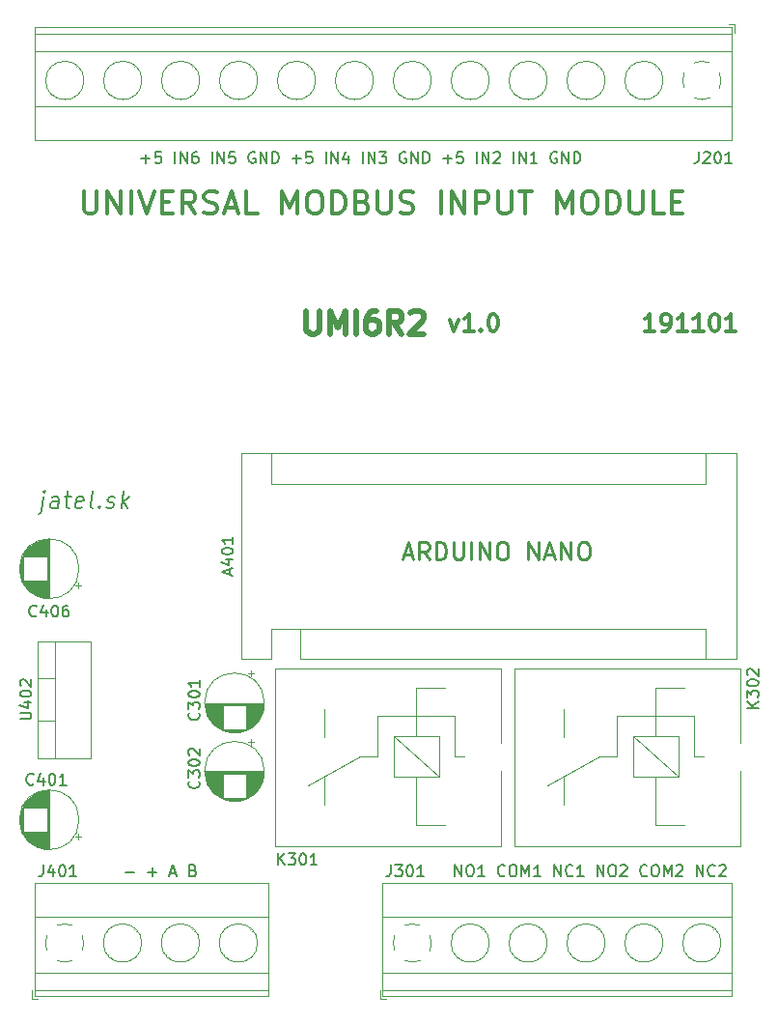
<source format=gbr>
G04 #@! TF.GenerationSoftware,KiCad,Pcbnew,5.1.4-e60b266~84~ubuntu18.04.1*
G04 #@! TF.CreationDate,2019-11-18T12:16:38+01:00*
G04 #@! TF.ProjectId,umi6r2,756d6936-7232-42e6-9b69-6361645f7063,rev?*
G04 #@! TF.SameCoordinates,Original*
G04 #@! TF.FileFunction,Legend,Top*
G04 #@! TF.FilePolarity,Positive*
%FSLAX46Y46*%
G04 Gerber Fmt 4.6, Leading zero omitted, Abs format (unit mm)*
G04 Created by KiCad (PCBNEW 5.1.4-e60b266~84~ubuntu18.04.1) date 2019-11-18 12:16:38*
%MOMM*%
%LPD*%
G04 APERTURE LIST*
%ADD10C,0.150000*%
%ADD11C,0.250000*%
%ADD12C,0.300000*%
%ADD13C,0.500000*%
%ADD14C,0.200000*%
%ADD15C,0.120000*%
G04 APERTURE END LIST*
D10*
X62835595Y-75571428D02*
X63597500Y-75571428D01*
X63216547Y-75952380D02*
X63216547Y-75190476D01*
X64549880Y-74952380D02*
X64073690Y-74952380D01*
X64026071Y-75428571D01*
X64073690Y-75380952D01*
X64168928Y-75333333D01*
X64407023Y-75333333D01*
X64502261Y-75380952D01*
X64549880Y-75428571D01*
X64597500Y-75523809D01*
X64597500Y-75761904D01*
X64549880Y-75857142D01*
X64502261Y-75904761D01*
X64407023Y-75952380D01*
X64168928Y-75952380D01*
X64073690Y-75904761D01*
X64026071Y-75857142D01*
X65787976Y-75952380D02*
X65787976Y-74952380D01*
X66264166Y-75952380D02*
X66264166Y-74952380D01*
X66835595Y-75952380D01*
X66835595Y-74952380D01*
X67740357Y-74952380D02*
X67549880Y-74952380D01*
X67454642Y-75000000D01*
X67407023Y-75047619D01*
X67311785Y-75190476D01*
X67264166Y-75380952D01*
X67264166Y-75761904D01*
X67311785Y-75857142D01*
X67359404Y-75904761D01*
X67454642Y-75952380D01*
X67645119Y-75952380D01*
X67740357Y-75904761D01*
X67787976Y-75857142D01*
X67835595Y-75761904D01*
X67835595Y-75523809D01*
X67787976Y-75428571D01*
X67740357Y-75380952D01*
X67645119Y-75333333D01*
X67454642Y-75333333D01*
X67359404Y-75380952D01*
X67311785Y-75428571D01*
X67264166Y-75523809D01*
X69026071Y-75952380D02*
X69026071Y-74952380D01*
X69502261Y-75952380D02*
X69502261Y-74952380D01*
X70073690Y-75952380D01*
X70073690Y-74952380D01*
X71026071Y-74952380D02*
X70549880Y-74952380D01*
X70502261Y-75428571D01*
X70549880Y-75380952D01*
X70645119Y-75333333D01*
X70883214Y-75333333D01*
X70978452Y-75380952D01*
X71026071Y-75428571D01*
X71073690Y-75523809D01*
X71073690Y-75761904D01*
X71026071Y-75857142D01*
X70978452Y-75904761D01*
X70883214Y-75952380D01*
X70645119Y-75952380D01*
X70549880Y-75904761D01*
X70502261Y-75857142D01*
X72787976Y-75000000D02*
X72692738Y-74952380D01*
X72549880Y-74952380D01*
X72407023Y-75000000D01*
X72311785Y-75095238D01*
X72264166Y-75190476D01*
X72216547Y-75380952D01*
X72216547Y-75523809D01*
X72264166Y-75714285D01*
X72311785Y-75809523D01*
X72407023Y-75904761D01*
X72549880Y-75952380D01*
X72645119Y-75952380D01*
X72787976Y-75904761D01*
X72835595Y-75857142D01*
X72835595Y-75523809D01*
X72645119Y-75523809D01*
X73264166Y-75952380D02*
X73264166Y-74952380D01*
X73835595Y-75952380D01*
X73835595Y-74952380D01*
X74311785Y-75952380D02*
X74311785Y-74952380D01*
X74549880Y-74952380D01*
X74692738Y-75000000D01*
X74787976Y-75095238D01*
X74835595Y-75190476D01*
X74883214Y-75380952D01*
X74883214Y-75523809D01*
X74835595Y-75714285D01*
X74787976Y-75809523D01*
X74692738Y-75904761D01*
X74549880Y-75952380D01*
X74311785Y-75952380D01*
X76073690Y-75571428D02*
X76835595Y-75571428D01*
X76454642Y-75952380D02*
X76454642Y-75190476D01*
X77787976Y-74952380D02*
X77311785Y-74952380D01*
X77264166Y-75428571D01*
X77311785Y-75380952D01*
X77407023Y-75333333D01*
X77645119Y-75333333D01*
X77740357Y-75380952D01*
X77787976Y-75428571D01*
X77835595Y-75523809D01*
X77835595Y-75761904D01*
X77787976Y-75857142D01*
X77740357Y-75904761D01*
X77645119Y-75952380D01*
X77407023Y-75952380D01*
X77311785Y-75904761D01*
X77264166Y-75857142D01*
X79026071Y-75952380D02*
X79026071Y-74952380D01*
X79502261Y-75952380D02*
X79502261Y-74952380D01*
X80073690Y-75952380D01*
X80073690Y-74952380D01*
X80978452Y-75285714D02*
X80978452Y-75952380D01*
X80740357Y-74904761D02*
X80502261Y-75619047D01*
X81121309Y-75619047D01*
X82264166Y-75952380D02*
X82264166Y-74952380D01*
X82740357Y-75952380D02*
X82740357Y-74952380D01*
X83311785Y-75952380D01*
X83311785Y-74952380D01*
X83692738Y-74952380D02*
X84311785Y-74952380D01*
X83978452Y-75333333D01*
X84121309Y-75333333D01*
X84216547Y-75380952D01*
X84264166Y-75428571D01*
X84311785Y-75523809D01*
X84311785Y-75761904D01*
X84264166Y-75857142D01*
X84216547Y-75904761D01*
X84121309Y-75952380D01*
X83835595Y-75952380D01*
X83740357Y-75904761D01*
X83692738Y-75857142D01*
X86026071Y-75000000D02*
X85930833Y-74952380D01*
X85787976Y-74952380D01*
X85645119Y-75000000D01*
X85549880Y-75095238D01*
X85502261Y-75190476D01*
X85454642Y-75380952D01*
X85454642Y-75523809D01*
X85502261Y-75714285D01*
X85549880Y-75809523D01*
X85645119Y-75904761D01*
X85787976Y-75952380D01*
X85883214Y-75952380D01*
X86026071Y-75904761D01*
X86073690Y-75857142D01*
X86073690Y-75523809D01*
X85883214Y-75523809D01*
X86502261Y-75952380D02*
X86502261Y-74952380D01*
X87073690Y-75952380D01*
X87073690Y-74952380D01*
X87549880Y-75952380D02*
X87549880Y-74952380D01*
X87787976Y-74952380D01*
X87930833Y-75000000D01*
X88026071Y-75095238D01*
X88073690Y-75190476D01*
X88121309Y-75380952D01*
X88121309Y-75523809D01*
X88073690Y-75714285D01*
X88026071Y-75809523D01*
X87930833Y-75904761D01*
X87787976Y-75952380D01*
X87549880Y-75952380D01*
X89311785Y-75571428D02*
X90073690Y-75571428D01*
X89692738Y-75952380D02*
X89692738Y-75190476D01*
X91026071Y-74952380D02*
X90549880Y-74952380D01*
X90502261Y-75428571D01*
X90549880Y-75380952D01*
X90645119Y-75333333D01*
X90883214Y-75333333D01*
X90978452Y-75380952D01*
X91026071Y-75428571D01*
X91073690Y-75523809D01*
X91073690Y-75761904D01*
X91026071Y-75857142D01*
X90978452Y-75904761D01*
X90883214Y-75952380D01*
X90645119Y-75952380D01*
X90549880Y-75904761D01*
X90502261Y-75857142D01*
X92264166Y-75952380D02*
X92264166Y-74952380D01*
X92740357Y-75952380D02*
X92740357Y-74952380D01*
X93311785Y-75952380D01*
X93311785Y-74952380D01*
X93740357Y-75047619D02*
X93787976Y-75000000D01*
X93883214Y-74952380D01*
X94121309Y-74952380D01*
X94216547Y-75000000D01*
X94264166Y-75047619D01*
X94311785Y-75142857D01*
X94311785Y-75238095D01*
X94264166Y-75380952D01*
X93692738Y-75952380D01*
X94311785Y-75952380D01*
X95502261Y-75952380D02*
X95502261Y-74952380D01*
X95978452Y-75952380D02*
X95978452Y-74952380D01*
X96549880Y-75952380D01*
X96549880Y-74952380D01*
X97549880Y-75952380D02*
X96978452Y-75952380D01*
X97264166Y-75952380D02*
X97264166Y-74952380D01*
X97168928Y-75095238D01*
X97073690Y-75190476D01*
X96978452Y-75238095D01*
X99264166Y-75000000D02*
X99168928Y-74952380D01*
X99026071Y-74952380D01*
X98883214Y-75000000D01*
X98787976Y-75095238D01*
X98740357Y-75190476D01*
X98692738Y-75380952D01*
X98692738Y-75523809D01*
X98740357Y-75714285D01*
X98787976Y-75809523D01*
X98883214Y-75904761D01*
X99026071Y-75952380D01*
X99121309Y-75952380D01*
X99264166Y-75904761D01*
X99311785Y-75857142D01*
X99311785Y-75523809D01*
X99121309Y-75523809D01*
X99740357Y-75952380D02*
X99740357Y-74952380D01*
X100311785Y-75952380D01*
X100311785Y-74952380D01*
X100787976Y-75952380D02*
X100787976Y-74952380D01*
X101026071Y-74952380D01*
X101168928Y-75000000D01*
X101264166Y-75095238D01*
X101311785Y-75190476D01*
X101359404Y-75380952D01*
X101359404Y-75523809D01*
X101311785Y-75714285D01*
X101264166Y-75809523D01*
X101168928Y-75904761D01*
X101026071Y-75952380D01*
X100787976Y-75952380D01*
X90335595Y-138452380D02*
X90335595Y-137452380D01*
X90907023Y-138452380D01*
X90907023Y-137452380D01*
X91573690Y-137452380D02*
X91764166Y-137452380D01*
X91859404Y-137500000D01*
X91954642Y-137595238D01*
X92002261Y-137785714D01*
X92002261Y-138119047D01*
X91954642Y-138309523D01*
X91859404Y-138404761D01*
X91764166Y-138452380D01*
X91573690Y-138452380D01*
X91478452Y-138404761D01*
X91383214Y-138309523D01*
X91335595Y-138119047D01*
X91335595Y-137785714D01*
X91383214Y-137595238D01*
X91478452Y-137500000D01*
X91573690Y-137452380D01*
X92954642Y-138452380D02*
X92383214Y-138452380D01*
X92668928Y-138452380D02*
X92668928Y-137452380D01*
X92573690Y-137595238D01*
X92478452Y-137690476D01*
X92383214Y-137738095D01*
X94716547Y-138357142D02*
X94668928Y-138404761D01*
X94526071Y-138452380D01*
X94430833Y-138452380D01*
X94287976Y-138404761D01*
X94192738Y-138309523D01*
X94145119Y-138214285D01*
X94097500Y-138023809D01*
X94097500Y-137880952D01*
X94145119Y-137690476D01*
X94192738Y-137595238D01*
X94287976Y-137500000D01*
X94430833Y-137452380D01*
X94526071Y-137452380D01*
X94668928Y-137500000D01*
X94716547Y-137547619D01*
X95335595Y-137452380D02*
X95526071Y-137452380D01*
X95621309Y-137500000D01*
X95716547Y-137595238D01*
X95764166Y-137785714D01*
X95764166Y-138119047D01*
X95716547Y-138309523D01*
X95621309Y-138404761D01*
X95526071Y-138452380D01*
X95335595Y-138452380D01*
X95240357Y-138404761D01*
X95145119Y-138309523D01*
X95097500Y-138119047D01*
X95097500Y-137785714D01*
X95145119Y-137595238D01*
X95240357Y-137500000D01*
X95335595Y-137452380D01*
X96192738Y-138452380D02*
X96192738Y-137452380D01*
X96526071Y-138166666D01*
X96859404Y-137452380D01*
X96859404Y-138452380D01*
X97859404Y-138452380D02*
X97287976Y-138452380D01*
X97573690Y-138452380D02*
X97573690Y-137452380D01*
X97478452Y-137595238D01*
X97383214Y-137690476D01*
X97287976Y-137738095D01*
X99049880Y-138452380D02*
X99049880Y-137452380D01*
X99621309Y-138452380D01*
X99621309Y-137452380D01*
X100668928Y-138357142D02*
X100621309Y-138404761D01*
X100478452Y-138452380D01*
X100383214Y-138452380D01*
X100240357Y-138404761D01*
X100145119Y-138309523D01*
X100097500Y-138214285D01*
X100049880Y-138023809D01*
X100049880Y-137880952D01*
X100097500Y-137690476D01*
X100145119Y-137595238D01*
X100240357Y-137500000D01*
X100383214Y-137452380D01*
X100478452Y-137452380D01*
X100621309Y-137500000D01*
X100668928Y-137547619D01*
X101621309Y-138452380D02*
X101049880Y-138452380D01*
X101335595Y-138452380D02*
X101335595Y-137452380D01*
X101240357Y-137595238D01*
X101145119Y-137690476D01*
X101049880Y-137738095D01*
X102811785Y-138452380D02*
X102811785Y-137452380D01*
X103383214Y-138452380D01*
X103383214Y-137452380D01*
X104049880Y-137452380D02*
X104240357Y-137452380D01*
X104335595Y-137500000D01*
X104430833Y-137595238D01*
X104478452Y-137785714D01*
X104478452Y-138119047D01*
X104430833Y-138309523D01*
X104335595Y-138404761D01*
X104240357Y-138452380D01*
X104049880Y-138452380D01*
X103954642Y-138404761D01*
X103859404Y-138309523D01*
X103811785Y-138119047D01*
X103811785Y-137785714D01*
X103859404Y-137595238D01*
X103954642Y-137500000D01*
X104049880Y-137452380D01*
X104859404Y-137547619D02*
X104907023Y-137500000D01*
X105002261Y-137452380D01*
X105240357Y-137452380D01*
X105335595Y-137500000D01*
X105383214Y-137547619D01*
X105430833Y-137642857D01*
X105430833Y-137738095D01*
X105383214Y-137880952D01*
X104811785Y-138452380D01*
X105430833Y-138452380D01*
X107192738Y-138357142D02*
X107145119Y-138404761D01*
X107002261Y-138452380D01*
X106907023Y-138452380D01*
X106764166Y-138404761D01*
X106668928Y-138309523D01*
X106621309Y-138214285D01*
X106573690Y-138023809D01*
X106573690Y-137880952D01*
X106621309Y-137690476D01*
X106668928Y-137595238D01*
X106764166Y-137500000D01*
X106907023Y-137452380D01*
X107002261Y-137452380D01*
X107145119Y-137500000D01*
X107192738Y-137547619D01*
X107811785Y-137452380D02*
X108002261Y-137452380D01*
X108097499Y-137500000D01*
X108192738Y-137595238D01*
X108240357Y-137785714D01*
X108240357Y-138119047D01*
X108192738Y-138309523D01*
X108097499Y-138404761D01*
X108002261Y-138452380D01*
X107811785Y-138452380D01*
X107716547Y-138404761D01*
X107621309Y-138309523D01*
X107573690Y-138119047D01*
X107573690Y-137785714D01*
X107621309Y-137595238D01*
X107716547Y-137500000D01*
X107811785Y-137452380D01*
X108668928Y-138452380D02*
X108668928Y-137452380D01*
X109002261Y-138166666D01*
X109335595Y-137452380D01*
X109335595Y-138452380D01*
X109764166Y-137547619D02*
X109811785Y-137500000D01*
X109907023Y-137452380D01*
X110145119Y-137452380D01*
X110240357Y-137500000D01*
X110287976Y-137547619D01*
X110335595Y-137642857D01*
X110335595Y-137738095D01*
X110287976Y-137880952D01*
X109716547Y-138452380D01*
X110335595Y-138452380D01*
X111526071Y-138452380D02*
X111526071Y-137452380D01*
X112097499Y-138452380D01*
X112097499Y-137452380D01*
X113145119Y-138357142D02*
X113097499Y-138404761D01*
X112954642Y-138452380D01*
X112859404Y-138452380D01*
X112716547Y-138404761D01*
X112621309Y-138309523D01*
X112573690Y-138214285D01*
X112526071Y-138023809D01*
X112526071Y-137880952D01*
X112573690Y-137690476D01*
X112621309Y-137595238D01*
X112716547Y-137500000D01*
X112859404Y-137452380D01*
X112954642Y-137452380D01*
X113097499Y-137500000D01*
X113145119Y-137547619D01*
X113526071Y-137547619D02*
X113573690Y-137500000D01*
X113668928Y-137452380D01*
X113907023Y-137452380D01*
X114002261Y-137500000D01*
X114049880Y-137547619D01*
X114097499Y-137642857D01*
X114097499Y-137738095D01*
X114049880Y-137880952D01*
X113478452Y-138452380D01*
X114097499Y-138452380D01*
X61428571Y-138071428D02*
X62190476Y-138071428D01*
X63428571Y-138071428D02*
X64190476Y-138071428D01*
X63809523Y-138452380D02*
X63809523Y-137690476D01*
X65380952Y-138166666D02*
X65857142Y-138166666D01*
X65285714Y-138452380D02*
X65619047Y-137452380D01*
X65952380Y-138452380D01*
X67380952Y-137928571D02*
X67523809Y-137976190D01*
X67571428Y-138023809D01*
X67619047Y-138119047D01*
X67619047Y-138261904D01*
X67571428Y-138357142D01*
X67523809Y-138404761D01*
X67428571Y-138452380D01*
X67047619Y-138452380D01*
X67047619Y-137452380D01*
X67380952Y-137452380D01*
X67476190Y-137500000D01*
X67523809Y-137547619D01*
X67571428Y-137642857D01*
X67571428Y-137738095D01*
X67523809Y-137833333D01*
X67476190Y-137880952D01*
X67380952Y-137928571D01*
X67047619Y-137928571D01*
D11*
X85857142Y-110250000D02*
X86571428Y-110250000D01*
X85714285Y-110678571D02*
X86214285Y-109178571D01*
X86714285Y-110678571D01*
X88071428Y-110678571D02*
X87571428Y-109964285D01*
X87214285Y-110678571D02*
X87214285Y-109178571D01*
X87785714Y-109178571D01*
X87928571Y-109250000D01*
X88000000Y-109321428D01*
X88071428Y-109464285D01*
X88071428Y-109678571D01*
X88000000Y-109821428D01*
X87928571Y-109892857D01*
X87785714Y-109964285D01*
X87214285Y-109964285D01*
X88714285Y-110678571D02*
X88714285Y-109178571D01*
X89071428Y-109178571D01*
X89285714Y-109250000D01*
X89428571Y-109392857D01*
X89500000Y-109535714D01*
X89571428Y-109821428D01*
X89571428Y-110035714D01*
X89500000Y-110321428D01*
X89428571Y-110464285D01*
X89285714Y-110607142D01*
X89071428Y-110678571D01*
X88714285Y-110678571D01*
X90214285Y-109178571D02*
X90214285Y-110392857D01*
X90285714Y-110535714D01*
X90357142Y-110607142D01*
X90500000Y-110678571D01*
X90785714Y-110678571D01*
X90928571Y-110607142D01*
X91000000Y-110535714D01*
X91071428Y-110392857D01*
X91071428Y-109178571D01*
X91785714Y-110678571D02*
X91785714Y-109178571D01*
X92500000Y-110678571D02*
X92500000Y-109178571D01*
X93357142Y-110678571D01*
X93357142Y-109178571D01*
X94357142Y-109178571D02*
X94642857Y-109178571D01*
X94785714Y-109250000D01*
X94928571Y-109392857D01*
X95000000Y-109678571D01*
X95000000Y-110178571D01*
X94928571Y-110464285D01*
X94785714Y-110607142D01*
X94642857Y-110678571D01*
X94357142Y-110678571D01*
X94214285Y-110607142D01*
X94071428Y-110464285D01*
X94000000Y-110178571D01*
X94000000Y-109678571D01*
X94071428Y-109392857D01*
X94214285Y-109250000D01*
X94357142Y-109178571D01*
X96785714Y-110678571D02*
X96785714Y-109178571D01*
X97642857Y-110678571D01*
X97642857Y-109178571D01*
X98285714Y-110250000D02*
X99000000Y-110250000D01*
X98142857Y-110678571D02*
X98642857Y-109178571D01*
X99142857Y-110678571D01*
X99642857Y-110678571D02*
X99642857Y-109178571D01*
X100500000Y-110678571D01*
X100500000Y-109178571D01*
X101500000Y-109178571D02*
X101785714Y-109178571D01*
X101928571Y-109250000D01*
X102071428Y-109392857D01*
X102142857Y-109678571D01*
X102142857Y-110178571D01*
X102071428Y-110464285D01*
X101928571Y-110607142D01*
X101785714Y-110678571D01*
X101500000Y-110678571D01*
X101357142Y-110607142D01*
X101214285Y-110464285D01*
X101142857Y-110178571D01*
X101142857Y-109678571D01*
X101214285Y-109392857D01*
X101357142Y-109250000D01*
X101500000Y-109178571D01*
D12*
X107837857Y-90678571D02*
X106980714Y-90678571D01*
X107409285Y-90678571D02*
X107409285Y-89178571D01*
X107266428Y-89392857D01*
X107123571Y-89535714D01*
X106980714Y-89607142D01*
X108552142Y-90678571D02*
X108837857Y-90678571D01*
X108980714Y-90607142D01*
X109052142Y-90535714D01*
X109195000Y-90321428D01*
X109266428Y-90035714D01*
X109266428Y-89464285D01*
X109195000Y-89321428D01*
X109123571Y-89250000D01*
X108980714Y-89178571D01*
X108695000Y-89178571D01*
X108552142Y-89250000D01*
X108480714Y-89321428D01*
X108409285Y-89464285D01*
X108409285Y-89821428D01*
X108480714Y-89964285D01*
X108552142Y-90035714D01*
X108695000Y-90107142D01*
X108980714Y-90107142D01*
X109123571Y-90035714D01*
X109195000Y-89964285D01*
X109266428Y-89821428D01*
X110695000Y-90678571D02*
X109837857Y-90678571D01*
X110266428Y-90678571D02*
X110266428Y-89178571D01*
X110123571Y-89392857D01*
X109980714Y-89535714D01*
X109837857Y-89607142D01*
X112123571Y-90678571D02*
X111266428Y-90678571D01*
X111695000Y-90678571D02*
X111695000Y-89178571D01*
X111552142Y-89392857D01*
X111409285Y-89535714D01*
X111266428Y-89607142D01*
X113052142Y-89178571D02*
X113195000Y-89178571D01*
X113337857Y-89250000D01*
X113409285Y-89321428D01*
X113480714Y-89464285D01*
X113552142Y-89750000D01*
X113552142Y-90107142D01*
X113480714Y-90392857D01*
X113409285Y-90535714D01*
X113337857Y-90607142D01*
X113195000Y-90678571D01*
X113052142Y-90678571D01*
X112909285Y-90607142D01*
X112837857Y-90535714D01*
X112766428Y-90392857D01*
X112695000Y-90107142D01*
X112695000Y-89750000D01*
X112766428Y-89464285D01*
X112837857Y-89321428D01*
X112909285Y-89250000D01*
X113052142Y-89178571D01*
X114980714Y-90678571D02*
X114123571Y-90678571D01*
X114552142Y-90678571D02*
X114552142Y-89178571D01*
X114409285Y-89392857D01*
X114266428Y-89535714D01*
X114123571Y-89607142D01*
X57761904Y-78404761D02*
X57761904Y-80023809D01*
X57857142Y-80214285D01*
X57952380Y-80309523D01*
X58142857Y-80404761D01*
X58523809Y-80404761D01*
X58714285Y-80309523D01*
X58809523Y-80214285D01*
X58904761Y-80023809D01*
X58904761Y-78404761D01*
X59857142Y-80404761D02*
X59857142Y-78404761D01*
X61000000Y-80404761D01*
X61000000Y-78404761D01*
X61952380Y-80404761D02*
X61952380Y-78404761D01*
X62619047Y-78404761D02*
X63285714Y-80404761D01*
X63952380Y-78404761D01*
X64619047Y-79357142D02*
X65285714Y-79357142D01*
X65571428Y-80404761D02*
X64619047Y-80404761D01*
X64619047Y-78404761D01*
X65571428Y-78404761D01*
X67571428Y-80404761D02*
X66904761Y-79452380D01*
X66428571Y-80404761D02*
X66428571Y-78404761D01*
X67190476Y-78404761D01*
X67380952Y-78500000D01*
X67476190Y-78595238D01*
X67571428Y-78785714D01*
X67571428Y-79071428D01*
X67476190Y-79261904D01*
X67380952Y-79357142D01*
X67190476Y-79452380D01*
X66428571Y-79452380D01*
X68333333Y-80309523D02*
X68619047Y-80404761D01*
X69095238Y-80404761D01*
X69285714Y-80309523D01*
X69380952Y-80214285D01*
X69476190Y-80023809D01*
X69476190Y-79833333D01*
X69380952Y-79642857D01*
X69285714Y-79547619D01*
X69095238Y-79452380D01*
X68714285Y-79357142D01*
X68523809Y-79261904D01*
X68428571Y-79166666D01*
X68333333Y-78976190D01*
X68333333Y-78785714D01*
X68428571Y-78595238D01*
X68523809Y-78500000D01*
X68714285Y-78404761D01*
X69190476Y-78404761D01*
X69476190Y-78500000D01*
X70238095Y-79833333D02*
X71190476Y-79833333D01*
X70047619Y-80404761D02*
X70714285Y-78404761D01*
X71380952Y-80404761D01*
X73000000Y-80404761D02*
X72047619Y-80404761D01*
X72047619Y-78404761D01*
X75190476Y-80404761D02*
X75190476Y-78404761D01*
X75857142Y-79833333D01*
X76523809Y-78404761D01*
X76523809Y-80404761D01*
X77857142Y-78404761D02*
X78238095Y-78404761D01*
X78428571Y-78500000D01*
X78619047Y-78690476D01*
X78714285Y-79071428D01*
X78714285Y-79738095D01*
X78619047Y-80119047D01*
X78428571Y-80309523D01*
X78238095Y-80404761D01*
X77857142Y-80404761D01*
X77666666Y-80309523D01*
X77476190Y-80119047D01*
X77380952Y-79738095D01*
X77380952Y-79071428D01*
X77476190Y-78690476D01*
X77666666Y-78500000D01*
X77857142Y-78404761D01*
X79571428Y-80404761D02*
X79571428Y-78404761D01*
X80047619Y-78404761D01*
X80333333Y-78500000D01*
X80523809Y-78690476D01*
X80619047Y-78880952D01*
X80714285Y-79261904D01*
X80714285Y-79547619D01*
X80619047Y-79928571D01*
X80523809Y-80119047D01*
X80333333Y-80309523D01*
X80047619Y-80404761D01*
X79571428Y-80404761D01*
X82238095Y-79357142D02*
X82523809Y-79452380D01*
X82619047Y-79547619D01*
X82714285Y-79738095D01*
X82714285Y-80023809D01*
X82619047Y-80214285D01*
X82523809Y-80309523D01*
X82333333Y-80404761D01*
X81571428Y-80404761D01*
X81571428Y-78404761D01*
X82238095Y-78404761D01*
X82428571Y-78500000D01*
X82523809Y-78595238D01*
X82619047Y-78785714D01*
X82619047Y-78976190D01*
X82523809Y-79166666D01*
X82428571Y-79261904D01*
X82238095Y-79357142D01*
X81571428Y-79357142D01*
X83571428Y-78404761D02*
X83571428Y-80023809D01*
X83666666Y-80214285D01*
X83761904Y-80309523D01*
X83952380Y-80404761D01*
X84333333Y-80404761D01*
X84523809Y-80309523D01*
X84619047Y-80214285D01*
X84714285Y-80023809D01*
X84714285Y-78404761D01*
X85571428Y-80309523D02*
X85857142Y-80404761D01*
X86333333Y-80404761D01*
X86523809Y-80309523D01*
X86619047Y-80214285D01*
X86714285Y-80023809D01*
X86714285Y-79833333D01*
X86619047Y-79642857D01*
X86523809Y-79547619D01*
X86333333Y-79452380D01*
X85952380Y-79357142D01*
X85761904Y-79261904D01*
X85666666Y-79166666D01*
X85571428Y-78976190D01*
X85571428Y-78785714D01*
X85666666Y-78595238D01*
X85761904Y-78500000D01*
X85952380Y-78404761D01*
X86428571Y-78404761D01*
X86714285Y-78500000D01*
X89095238Y-80404761D02*
X89095238Y-78404761D01*
X90047619Y-80404761D02*
X90047619Y-78404761D01*
X91190476Y-80404761D01*
X91190476Y-78404761D01*
X92142857Y-80404761D02*
X92142857Y-78404761D01*
X92904761Y-78404761D01*
X93095238Y-78500000D01*
X93190476Y-78595238D01*
X93285714Y-78785714D01*
X93285714Y-79071428D01*
X93190476Y-79261904D01*
X93095238Y-79357142D01*
X92904761Y-79452380D01*
X92142857Y-79452380D01*
X94142857Y-78404761D02*
X94142857Y-80023809D01*
X94238095Y-80214285D01*
X94333333Y-80309523D01*
X94523809Y-80404761D01*
X94904761Y-80404761D01*
X95095238Y-80309523D01*
X95190476Y-80214285D01*
X95285714Y-80023809D01*
X95285714Y-78404761D01*
X95952380Y-78404761D02*
X97095238Y-78404761D01*
X96523809Y-80404761D02*
X96523809Y-78404761D01*
X99285714Y-80404761D02*
X99285714Y-78404761D01*
X99952380Y-79833333D01*
X100619047Y-78404761D01*
X100619047Y-80404761D01*
X101952380Y-78404761D02*
X102333333Y-78404761D01*
X102523809Y-78500000D01*
X102714285Y-78690476D01*
X102809523Y-79071428D01*
X102809523Y-79738095D01*
X102714285Y-80119047D01*
X102523809Y-80309523D01*
X102333333Y-80404761D01*
X101952380Y-80404761D01*
X101761904Y-80309523D01*
X101571428Y-80119047D01*
X101476190Y-79738095D01*
X101476190Y-79071428D01*
X101571428Y-78690476D01*
X101761904Y-78500000D01*
X101952380Y-78404761D01*
X103666666Y-80404761D02*
X103666666Y-78404761D01*
X104142857Y-78404761D01*
X104428571Y-78500000D01*
X104619047Y-78690476D01*
X104714285Y-78880952D01*
X104809523Y-79261904D01*
X104809523Y-79547619D01*
X104714285Y-79928571D01*
X104619047Y-80119047D01*
X104428571Y-80309523D01*
X104142857Y-80404761D01*
X103666666Y-80404761D01*
X105666666Y-78404761D02*
X105666666Y-80023809D01*
X105761904Y-80214285D01*
X105857142Y-80309523D01*
X106047619Y-80404761D01*
X106428571Y-80404761D01*
X106619047Y-80309523D01*
X106714285Y-80214285D01*
X106809523Y-80023809D01*
X106809523Y-78404761D01*
X108714285Y-80404761D02*
X107761904Y-80404761D01*
X107761904Y-78404761D01*
X109380952Y-79357142D02*
X110047619Y-79357142D01*
X110333333Y-80404761D02*
X109380952Y-80404761D01*
X109380952Y-78404761D01*
X110333333Y-78404761D01*
X89909285Y-89678571D02*
X90266428Y-90678571D01*
X90623571Y-89678571D01*
X91980714Y-90678571D02*
X91123571Y-90678571D01*
X91552142Y-90678571D02*
X91552142Y-89178571D01*
X91409285Y-89392857D01*
X91266428Y-89535714D01*
X91123571Y-89607142D01*
X92623571Y-90535714D02*
X92695000Y-90607142D01*
X92623571Y-90678571D01*
X92552142Y-90607142D01*
X92623571Y-90535714D01*
X92623571Y-90678571D01*
X93623571Y-89178571D02*
X93766428Y-89178571D01*
X93909285Y-89250000D01*
X93980714Y-89321428D01*
X94052142Y-89464285D01*
X94123571Y-89750000D01*
X94123571Y-90107142D01*
X94052142Y-90392857D01*
X93980714Y-90535714D01*
X93909285Y-90607142D01*
X93766428Y-90678571D01*
X93623571Y-90678571D01*
X93480714Y-90607142D01*
X93409285Y-90535714D01*
X93337857Y-90392857D01*
X93266428Y-90107142D01*
X93266428Y-89750000D01*
X93337857Y-89464285D01*
X93409285Y-89321428D01*
X93480714Y-89250000D01*
X93623571Y-89178571D01*
D13*
X77301190Y-88904761D02*
X77301190Y-90523809D01*
X77396428Y-90714285D01*
X77491666Y-90809523D01*
X77682142Y-90904761D01*
X78063095Y-90904761D01*
X78253571Y-90809523D01*
X78348809Y-90714285D01*
X78444047Y-90523809D01*
X78444047Y-88904761D01*
X79396428Y-90904761D02*
X79396428Y-88904761D01*
X80063095Y-90333333D01*
X80729761Y-88904761D01*
X80729761Y-90904761D01*
X81682142Y-90904761D02*
X81682142Y-88904761D01*
X83491666Y-88904761D02*
X83110714Y-88904761D01*
X82920238Y-89000000D01*
X82825000Y-89095238D01*
X82634523Y-89380952D01*
X82539285Y-89761904D01*
X82539285Y-90523809D01*
X82634523Y-90714285D01*
X82729761Y-90809523D01*
X82920238Y-90904761D01*
X83301190Y-90904761D01*
X83491666Y-90809523D01*
X83586904Y-90714285D01*
X83682142Y-90523809D01*
X83682142Y-90047619D01*
X83586904Y-89857142D01*
X83491666Y-89761904D01*
X83301190Y-89666666D01*
X82920238Y-89666666D01*
X82729761Y-89761904D01*
X82634523Y-89857142D01*
X82539285Y-90047619D01*
X85682142Y-90904761D02*
X85015476Y-89952380D01*
X84539285Y-90904761D02*
X84539285Y-88904761D01*
X85301190Y-88904761D01*
X85491666Y-89000000D01*
X85586904Y-89095238D01*
X85682142Y-89285714D01*
X85682142Y-89571428D01*
X85586904Y-89761904D01*
X85491666Y-89857142D01*
X85301190Y-89952380D01*
X84539285Y-89952380D01*
X86444047Y-89095238D02*
X86539285Y-89000000D01*
X86729761Y-88904761D01*
X87205952Y-88904761D01*
X87396428Y-89000000D01*
X87491666Y-89095238D01*
X87586904Y-89285714D01*
X87586904Y-89476190D01*
X87491666Y-89761904D01*
X86348809Y-90904761D01*
X87586904Y-90904761D01*
D14*
X54262767Y-105178571D02*
X54102053Y-106464285D01*
X54012767Y-106607142D01*
X53860982Y-106678571D01*
X53789553Y-106678571D01*
X54325267Y-104678571D02*
X54244910Y-104750000D01*
X54307410Y-104821428D01*
X54387767Y-104750000D01*
X54325267Y-104678571D01*
X54307410Y-104821428D01*
X55494910Y-106178571D02*
X55593125Y-105392857D01*
X55539553Y-105250000D01*
X55405625Y-105178571D01*
X55119910Y-105178571D01*
X54968125Y-105250000D01*
X55503839Y-106107142D02*
X55352053Y-106178571D01*
X54994910Y-106178571D01*
X54860982Y-106107142D01*
X54807410Y-105964285D01*
X54825267Y-105821428D01*
X54914553Y-105678571D01*
X55066339Y-105607142D01*
X55423482Y-105607142D01*
X55575267Y-105535714D01*
X56119910Y-105178571D02*
X56691339Y-105178571D01*
X56396696Y-104678571D02*
X56235982Y-105964285D01*
X56289553Y-106107142D01*
X56423482Y-106178571D01*
X56566339Y-106178571D01*
X57646696Y-106107142D02*
X57494910Y-106178571D01*
X57209196Y-106178571D01*
X57075267Y-106107142D01*
X57021696Y-105964285D01*
X57093125Y-105392857D01*
X57182410Y-105250000D01*
X57334196Y-105178571D01*
X57619910Y-105178571D01*
X57753839Y-105250000D01*
X57807410Y-105392857D01*
X57789553Y-105535714D01*
X57057410Y-105678571D01*
X58566339Y-106178571D02*
X58432410Y-106107142D01*
X58378839Y-105964285D01*
X58539553Y-104678571D01*
X59155625Y-106035714D02*
X59218125Y-106107142D01*
X59137767Y-106178571D01*
X59075267Y-106107142D01*
X59155625Y-106035714D01*
X59137767Y-106178571D01*
X59789553Y-106107142D02*
X59923482Y-106178571D01*
X60209196Y-106178571D01*
X60360982Y-106107142D01*
X60450267Y-105964285D01*
X60459196Y-105892857D01*
X60405625Y-105750000D01*
X60271696Y-105678571D01*
X60057410Y-105678571D01*
X59923482Y-105607142D01*
X59869910Y-105464285D01*
X59878839Y-105392857D01*
X59968125Y-105250000D01*
X60119910Y-105178571D01*
X60334196Y-105178571D01*
X60468125Y-105250000D01*
X61066339Y-106178571D02*
X61253839Y-104678571D01*
X61280625Y-105607142D02*
X61637767Y-106178571D01*
X61762767Y-105178571D02*
X61119910Y-105750000D01*
D15*
X57304775Y-113225000D02*
X57304775Y-112725000D01*
X57554775Y-112975000D02*
X57054775Y-112975000D01*
X52149000Y-111784000D02*
X52149000Y-111216000D01*
X52189000Y-112018000D02*
X52189000Y-110982000D01*
X52229000Y-112177000D02*
X52229000Y-110823000D01*
X52269000Y-112305000D02*
X52269000Y-110695000D01*
X52309000Y-112415000D02*
X52309000Y-110585000D01*
X52349000Y-112511000D02*
X52349000Y-110489000D01*
X52389000Y-112598000D02*
X52389000Y-110402000D01*
X52429000Y-112678000D02*
X52429000Y-110322000D01*
X52469000Y-110460000D02*
X52469000Y-110249000D01*
X52469000Y-112751000D02*
X52469000Y-112540000D01*
X52509000Y-110460000D02*
X52509000Y-110181000D01*
X52509000Y-112819000D02*
X52509000Y-112540000D01*
X52549000Y-110460000D02*
X52549000Y-110117000D01*
X52549000Y-112883000D02*
X52549000Y-112540000D01*
X52589000Y-110460000D02*
X52589000Y-110057000D01*
X52589000Y-112943000D02*
X52589000Y-112540000D01*
X52629000Y-110460000D02*
X52629000Y-110000000D01*
X52629000Y-113000000D02*
X52629000Y-112540000D01*
X52669000Y-110460000D02*
X52669000Y-109946000D01*
X52669000Y-113054000D02*
X52669000Y-112540000D01*
X52709000Y-110460000D02*
X52709000Y-109895000D01*
X52709000Y-113105000D02*
X52709000Y-112540000D01*
X52749000Y-110460000D02*
X52749000Y-109847000D01*
X52749000Y-113153000D02*
X52749000Y-112540000D01*
X52789000Y-110460000D02*
X52789000Y-109801000D01*
X52789000Y-113199000D02*
X52789000Y-112540000D01*
X52829000Y-110460000D02*
X52829000Y-109757000D01*
X52829000Y-113243000D02*
X52829000Y-112540000D01*
X52869000Y-110460000D02*
X52869000Y-109715000D01*
X52869000Y-113285000D02*
X52869000Y-112540000D01*
X52909000Y-110460000D02*
X52909000Y-109674000D01*
X52909000Y-113326000D02*
X52909000Y-112540000D01*
X52949000Y-110460000D02*
X52949000Y-109636000D01*
X52949000Y-113364000D02*
X52949000Y-112540000D01*
X52989000Y-110460000D02*
X52989000Y-109599000D01*
X52989000Y-113401000D02*
X52989000Y-112540000D01*
X53029000Y-110460000D02*
X53029000Y-109563000D01*
X53029000Y-113437000D02*
X53029000Y-112540000D01*
X53069000Y-110460000D02*
X53069000Y-109529000D01*
X53069000Y-113471000D02*
X53069000Y-112540000D01*
X53109000Y-110460000D02*
X53109000Y-109496000D01*
X53109000Y-113504000D02*
X53109000Y-112540000D01*
X53149000Y-110460000D02*
X53149000Y-109465000D01*
X53149000Y-113535000D02*
X53149000Y-112540000D01*
X53189000Y-110460000D02*
X53189000Y-109435000D01*
X53189000Y-113565000D02*
X53189000Y-112540000D01*
X53229000Y-110460000D02*
X53229000Y-109405000D01*
X53229000Y-113595000D02*
X53229000Y-112540000D01*
X53269000Y-110460000D02*
X53269000Y-109378000D01*
X53269000Y-113622000D02*
X53269000Y-112540000D01*
X53309000Y-110460000D02*
X53309000Y-109351000D01*
X53309000Y-113649000D02*
X53309000Y-112540000D01*
X53349000Y-110460000D02*
X53349000Y-109325000D01*
X53349000Y-113675000D02*
X53349000Y-112540000D01*
X53389000Y-110460000D02*
X53389000Y-109300000D01*
X53389000Y-113700000D02*
X53389000Y-112540000D01*
X53429000Y-110460000D02*
X53429000Y-109276000D01*
X53429000Y-113724000D02*
X53429000Y-112540000D01*
X53469000Y-110460000D02*
X53469000Y-109253000D01*
X53469000Y-113747000D02*
X53469000Y-112540000D01*
X53509000Y-110460000D02*
X53509000Y-109232000D01*
X53509000Y-113768000D02*
X53509000Y-112540000D01*
X53549000Y-110460000D02*
X53549000Y-109210000D01*
X53549000Y-113790000D02*
X53549000Y-112540000D01*
X53589000Y-110460000D02*
X53589000Y-109190000D01*
X53589000Y-113810000D02*
X53589000Y-112540000D01*
X53629000Y-110460000D02*
X53629000Y-109171000D01*
X53629000Y-113829000D02*
X53629000Y-112540000D01*
X53669000Y-110460000D02*
X53669000Y-109152000D01*
X53669000Y-113848000D02*
X53669000Y-112540000D01*
X53709000Y-110460000D02*
X53709000Y-109135000D01*
X53709000Y-113865000D02*
X53709000Y-112540000D01*
X53749000Y-110460000D02*
X53749000Y-109118000D01*
X53749000Y-113882000D02*
X53749000Y-112540000D01*
X53789000Y-110460000D02*
X53789000Y-109102000D01*
X53789000Y-113898000D02*
X53789000Y-112540000D01*
X53829000Y-110460000D02*
X53829000Y-109086000D01*
X53829000Y-113914000D02*
X53829000Y-112540000D01*
X53869000Y-110460000D02*
X53869000Y-109072000D01*
X53869000Y-113928000D02*
X53869000Y-112540000D01*
X53909000Y-110460000D02*
X53909000Y-109058000D01*
X53909000Y-113942000D02*
X53909000Y-112540000D01*
X53949000Y-110460000D02*
X53949000Y-109045000D01*
X53949000Y-113955000D02*
X53949000Y-112540000D01*
X53989000Y-110460000D02*
X53989000Y-109032000D01*
X53989000Y-113968000D02*
X53989000Y-112540000D01*
X54029000Y-110460000D02*
X54029000Y-109020000D01*
X54029000Y-113980000D02*
X54029000Y-112540000D01*
X54070000Y-110460000D02*
X54070000Y-109009000D01*
X54070000Y-113991000D02*
X54070000Y-112540000D01*
X54110000Y-110460000D02*
X54110000Y-108999000D01*
X54110000Y-114001000D02*
X54110000Y-112540000D01*
X54150000Y-110460000D02*
X54150000Y-108989000D01*
X54150000Y-114011000D02*
X54150000Y-112540000D01*
X54190000Y-110460000D02*
X54190000Y-108980000D01*
X54190000Y-114020000D02*
X54190000Y-112540000D01*
X54230000Y-110460000D02*
X54230000Y-108972000D01*
X54230000Y-114028000D02*
X54230000Y-112540000D01*
X54270000Y-110460000D02*
X54270000Y-108964000D01*
X54270000Y-114036000D02*
X54270000Y-112540000D01*
X54310000Y-110460000D02*
X54310000Y-108957000D01*
X54310000Y-114043000D02*
X54310000Y-112540000D01*
X54350000Y-110460000D02*
X54350000Y-108950000D01*
X54350000Y-114050000D02*
X54350000Y-112540000D01*
X54390000Y-110460000D02*
X54390000Y-108944000D01*
X54390000Y-114056000D02*
X54390000Y-112540000D01*
X54430000Y-110460000D02*
X54430000Y-108939000D01*
X54430000Y-114061000D02*
X54430000Y-112540000D01*
X54470000Y-110460000D02*
X54470000Y-108935000D01*
X54470000Y-114065000D02*
X54470000Y-112540000D01*
X54510000Y-110460000D02*
X54510000Y-108931000D01*
X54510000Y-114069000D02*
X54510000Y-112540000D01*
X54550000Y-114073000D02*
X54550000Y-108927000D01*
X54590000Y-114076000D02*
X54590000Y-108924000D01*
X54630000Y-114078000D02*
X54630000Y-108922000D01*
X54670000Y-114079000D02*
X54670000Y-108921000D01*
X54710000Y-114080000D02*
X54710000Y-108920000D01*
X54750000Y-114080000D02*
X54750000Y-108920000D01*
X57370000Y-111500000D02*
G75*
G03X57370000Y-111500000I-2620000J0D01*
G01*
X57304775Y-135225000D02*
X57304775Y-134725000D01*
X57554775Y-134975000D02*
X57054775Y-134975000D01*
X52149000Y-133784000D02*
X52149000Y-133216000D01*
X52189000Y-134018000D02*
X52189000Y-132982000D01*
X52229000Y-134177000D02*
X52229000Y-132823000D01*
X52269000Y-134305000D02*
X52269000Y-132695000D01*
X52309000Y-134415000D02*
X52309000Y-132585000D01*
X52349000Y-134511000D02*
X52349000Y-132489000D01*
X52389000Y-134598000D02*
X52389000Y-132402000D01*
X52429000Y-134678000D02*
X52429000Y-132322000D01*
X52469000Y-132460000D02*
X52469000Y-132249000D01*
X52469000Y-134751000D02*
X52469000Y-134540000D01*
X52509000Y-132460000D02*
X52509000Y-132181000D01*
X52509000Y-134819000D02*
X52509000Y-134540000D01*
X52549000Y-132460000D02*
X52549000Y-132117000D01*
X52549000Y-134883000D02*
X52549000Y-134540000D01*
X52589000Y-132460000D02*
X52589000Y-132057000D01*
X52589000Y-134943000D02*
X52589000Y-134540000D01*
X52629000Y-132460000D02*
X52629000Y-132000000D01*
X52629000Y-135000000D02*
X52629000Y-134540000D01*
X52669000Y-132460000D02*
X52669000Y-131946000D01*
X52669000Y-135054000D02*
X52669000Y-134540000D01*
X52709000Y-132460000D02*
X52709000Y-131895000D01*
X52709000Y-135105000D02*
X52709000Y-134540000D01*
X52749000Y-132460000D02*
X52749000Y-131847000D01*
X52749000Y-135153000D02*
X52749000Y-134540000D01*
X52789000Y-132460000D02*
X52789000Y-131801000D01*
X52789000Y-135199000D02*
X52789000Y-134540000D01*
X52829000Y-132460000D02*
X52829000Y-131757000D01*
X52829000Y-135243000D02*
X52829000Y-134540000D01*
X52869000Y-132460000D02*
X52869000Y-131715000D01*
X52869000Y-135285000D02*
X52869000Y-134540000D01*
X52909000Y-132460000D02*
X52909000Y-131674000D01*
X52909000Y-135326000D02*
X52909000Y-134540000D01*
X52949000Y-132460000D02*
X52949000Y-131636000D01*
X52949000Y-135364000D02*
X52949000Y-134540000D01*
X52989000Y-132460000D02*
X52989000Y-131599000D01*
X52989000Y-135401000D02*
X52989000Y-134540000D01*
X53029000Y-132460000D02*
X53029000Y-131563000D01*
X53029000Y-135437000D02*
X53029000Y-134540000D01*
X53069000Y-132460000D02*
X53069000Y-131529000D01*
X53069000Y-135471000D02*
X53069000Y-134540000D01*
X53109000Y-132460000D02*
X53109000Y-131496000D01*
X53109000Y-135504000D02*
X53109000Y-134540000D01*
X53149000Y-132460000D02*
X53149000Y-131465000D01*
X53149000Y-135535000D02*
X53149000Y-134540000D01*
X53189000Y-132460000D02*
X53189000Y-131435000D01*
X53189000Y-135565000D02*
X53189000Y-134540000D01*
X53229000Y-132460000D02*
X53229000Y-131405000D01*
X53229000Y-135595000D02*
X53229000Y-134540000D01*
X53269000Y-132460000D02*
X53269000Y-131378000D01*
X53269000Y-135622000D02*
X53269000Y-134540000D01*
X53309000Y-132460000D02*
X53309000Y-131351000D01*
X53309000Y-135649000D02*
X53309000Y-134540000D01*
X53349000Y-132460000D02*
X53349000Y-131325000D01*
X53349000Y-135675000D02*
X53349000Y-134540000D01*
X53389000Y-132460000D02*
X53389000Y-131300000D01*
X53389000Y-135700000D02*
X53389000Y-134540000D01*
X53429000Y-132460000D02*
X53429000Y-131276000D01*
X53429000Y-135724000D02*
X53429000Y-134540000D01*
X53469000Y-132460000D02*
X53469000Y-131253000D01*
X53469000Y-135747000D02*
X53469000Y-134540000D01*
X53509000Y-132460000D02*
X53509000Y-131232000D01*
X53509000Y-135768000D02*
X53509000Y-134540000D01*
X53549000Y-132460000D02*
X53549000Y-131210000D01*
X53549000Y-135790000D02*
X53549000Y-134540000D01*
X53589000Y-132460000D02*
X53589000Y-131190000D01*
X53589000Y-135810000D02*
X53589000Y-134540000D01*
X53629000Y-132460000D02*
X53629000Y-131171000D01*
X53629000Y-135829000D02*
X53629000Y-134540000D01*
X53669000Y-132460000D02*
X53669000Y-131152000D01*
X53669000Y-135848000D02*
X53669000Y-134540000D01*
X53709000Y-132460000D02*
X53709000Y-131135000D01*
X53709000Y-135865000D02*
X53709000Y-134540000D01*
X53749000Y-132460000D02*
X53749000Y-131118000D01*
X53749000Y-135882000D02*
X53749000Y-134540000D01*
X53789000Y-132460000D02*
X53789000Y-131102000D01*
X53789000Y-135898000D02*
X53789000Y-134540000D01*
X53829000Y-132460000D02*
X53829000Y-131086000D01*
X53829000Y-135914000D02*
X53829000Y-134540000D01*
X53869000Y-132460000D02*
X53869000Y-131072000D01*
X53869000Y-135928000D02*
X53869000Y-134540000D01*
X53909000Y-132460000D02*
X53909000Y-131058000D01*
X53909000Y-135942000D02*
X53909000Y-134540000D01*
X53949000Y-132460000D02*
X53949000Y-131045000D01*
X53949000Y-135955000D02*
X53949000Y-134540000D01*
X53989000Y-132460000D02*
X53989000Y-131032000D01*
X53989000Y-135968000D02*
X53989000Y-134540000D01*
X54029000Y-132460000D02*
X54029000Y-131020000D01*
X54029000Y-135980000D02*
X54029000Y-134540000D01*
X54070000Y-132460000D02*
X54070000Y-131009000D01*
X54070000Y-135991000D02*
X54070000Y-134540000D01*
X54110000Y-132460000D02*
X54110000Y-130999000D01*
X54110000Y-136001000D02*
X54110000Y-134540000D01*
X54150000Y-132460000D02*
X54150000Y-130989000D01*
X54150000Y-136011000D02*
X54150000Y-134540000D01*
X54190000Y-132460000D02*
X54190000Y-130980000D01*
X54190000Y-136020000D02*
X54190000Y-134540000D01*
X54230000Y-132460000D02*
X54230000Y-130972000D01*
X54230000Y-136028000D02*
X54230000Y-134540000D01*
X54270000Y-132460000D02*
X54270000Y-130964000D01*
X54270000Y-136036000D02*
X54270000Y-134540000D01*
X54310000Y-132460000D02*
X54310000Y-130957000D01*
X54310000Y-136043000D02*
X54310000Y-134540000D01*
X54350000Y-132460000D02*
X54350000Y-130950000D01*
X54350000Y-136050000D02*
X54350000Y-134540000D01*
X54390000Y-132460000D02*
X54390000Y-130944000D01*
X54390000Y-136056000D02*
X54390000Y-134540000D01*
X54430000Y-132460000D02*
X54430000Y-130939000D01*
X54430000Y-136061000D02*
X54430000Y-134540000D01*
X54470000Y-132460000D02*
X54470000Y-130935000D01*
X54470000Y-136065000D02*
X54470000Y-134540000D01*
X54510000Y-132460000D02*
X54510000Y-130931000D01*
X54510000Y-136069000D02*
X54510000Y-134540000D01*
X54550000Y-136073000D02*
X54550000Y-130927000D01*
X54590000Y-136076000D02*
X54590000Y-130924000D01*
X54630000Y-136078000D02*
X54630000Y-130922000D01*
X54670000Y-136079000D02*
X54670000Y-130921000D01*
X54710000Y-136080000D02*
X54710000Y-130920000D01*
X54750000Y-136080000D02*
X54750000Y-130920000D01*
X57370000Y-133500000D02*
G75*
G03X57370000Y-133500000I-2620000J0D01*
G01*
X72725000Y-126695225D02*
X72225000Y-126695225D01*
X72475000Y-126445225D02*
X72475000Y-126945225D01*
X71284000Y-131851000D02*
X70716000Y-131851000D01*
X71518000Y-131811000D02*
X70482000Y-131811000D01*
X71677000Y-131771000D02*
X70323000Y-131771000D01*
X71805000Y-131731000D02*
X70195000Y-131731000D01*
X71915000Y-131691000D02*
X70085000Y-131691000D01*
X72011000Y-131651000D02*
X69989000Y-131651000D01*
X72098000Y-131611000D02*
X69902000Y-131611000D01*
X72178000Y-131571000D02*
X69822000Y-131571000D01*
X69960000Y-131531000D02*
X69749000Y-131531000D01*
X72251000Y-131531000D02*
X72040000Y-131531000D01*
X69960000Y-131491000D02*
X69681000Y-131491000D01*
X72319000Y-131491000D02*
X72040000Y-131491000D01*
X69960000Y-131451000D02*
X69617000Y-131451000D01*
X72383000Y-131451000D02*
X72040000Y-131451000D01*
X69960000Y-131411000D02*
X69557000Y-131411000D01*
X72443000Y-131411000D02*
X72040000Y-131411000D01*
X69960000Y-131371000D02*
X69500000Y-131371000D01*
X72500000Y-131371000D02*
X72040000Y-131371000D01*
X69960000Y-131331000D02*
X69446000Y-131331000D01*
X72554000Y-131331000D02*
X72040000Y-131331000D01*
X69960000Y-131291000D02*
X69395000Y-131291000D01*
X72605000Y-131291000D02*
X72040000Y-131291000D01*
X69960000Y-131251000D02*
X69347000Y-131251000D01*
X72653000Y-131251000D02*
X72040000Y-131251000D01*
X69960000Y-131211000D02*
X69301000Y-131211000D01*
X72699000Y-131211000D02*
X72040000Y-131211000D01*
X69960000Y-131171000D02*
X69257000Y-131171000D01*
X72743000Y-131171000D02*
X72040000Y-131171000D01*
X69960000Y-131131000D02*
X69215000Y-131131000D01*
X72785000Y-131131000D02*
X72040000Y-131131000D01*
X69960000Y-131091000D02*
X69174000Y-131091000D01*
X72826000Y-131091000D02*
X72040000Y-131091000D01*
X69960000Y-131051000D02*
X69136000Y-131051000D01*
X72864000Y-131051000D02*
X72040000Y-131051000D01*
X69960000Y-131011000D02*
X69099000Y-131011000D01*
X72901000Y-131011000D02*
X72040000Y-131011000D01*
X69960000Y-130971000D02*
X69063000Y-130971000D01*
X72937000Y-130971000D02*
X72040000Y-130971000D01*
X69960000Y-130931000D02*
X69029000Y-130931000D01*
X72971000Y-130931000D02*
X72040000Y-130931000D01*
X69960000Y-130891000D02*
X68996000Y-130891000D01*
X73004000Y-130891000D02*
X72040000Y-130891000D01*
X69960000Y-130851000D02*
X68965000Y-130851000D01*
X73035000Y-130851000D02*
X72040000Y-130851000D01*
X69960000Y-130811000D02*
X68935000Y-130811000D01*
X73065000Y-130811000D02*
X72040000Y-130811000D01*
X69960000Y-130771000D02*
X68905000Y-130771000D01*
X73095000Y-130771000D02*
X72040000Y-130771000D01*
X69960000Y-130731000D02*
X68878000Y-130731000D01*
X73122000Y-130731000D02*
X72040000Y-130731000D01*
X69960000Y-130691000D02*
X68851000Y-130691000D01*
X73149000Y-130691000D02*
X72040000Y-130691000D01*
X69960000Y-130651000D02*
X68825000Y-130651000D01*
X73175000Y-130651000D02*
X72040000Y-130651000D01*
X69960000Y-130611000D02*
X68800000Y-130611000D01*
X73200000Y-130611000D02*
X72040000Y-130611000D01*
X69960000Y-130571000D02*
X68776000Y-130571000D01*
X73224000Y-130571000D02*
X72040000Y-130571000D01*
X69960000Y-130531000D02*
X68753000Y-130531000D01*
X73247000Y-130531000D02*
X72040000Y-130531000D01*
X69960000Y-130491000D02*
X68732000Y-130491000D01*
X73268000Y-130491000D02*
X72040000Y-130491000D01*
X69960000Y-130451000D02*
X68710000Y-130451000D01*
X73290000Y-130451000D02*
X72040000Y-130451000D01*
X69960000Y-130411000D02*
X68690000Y-130411000D01*
X73310000Y-130411000D02*
X72040000Y-130411000D01*
X69960000Y-130371000D02*
X68671000Y-130371000D01*
X73329000Y-130371000D02*
X72040000Y-130371000D01*
X69960000Y-130331000D02*
X68652000Y-130331000D01*
X73348000Y-130331000D02*
X72040000Y-130331000D01*
X69960000Y-130291000D02*
X68635000Y-130291000D01*
X73365000Y-130291000D02*
X72040000Y-130291000D01*
X69960000Y-130251000D02*
X68618000Y-130251000D01*
X73382000Y-130251000D02*
X72040000Y-130251000D01*
X69960000Y-130211000D02*
X68602000Y-130211000D01*
X73398000Y-130211000D02*
X72040000Y-130211000D01*
X69960000Y-130171000D02*
X68586000Y-130171000D01*
X73414000Y-130171000D02*
X72040000Y-130171000D01*
X69960000Y-130131000D02*
X68572000Y-130131000D01*
X73428000Y-130131000D02*
X72040000Y-130131000D01*
X69960000Y-130091000D02*
X68558000Y-130091000D01*
X73442000Y-130091000D02*
X72040000Y-130091000D01*
X69960000Y-130051000D02*
X68545000Y-130051000D01*
X73455000Y-130051000D02*
X72040000Y-130051000D01*
X69960000Y-130011000D02*
X68532000Y-130011000D01*
X73468000Y-130011000D02*
X72040000Y-130011000D01*
X69960000Y-129971000D02*
X68520000Y-129971000D01*
X73480000Y-129971000D02*
X72040000Y-129971000D01*
X69960000Y-129930000D02*
X68509000Y-129930000D01*
X73491000Y-129930000D02*
X72040000Y-129930000D01*
X69960000Y-129890000D02*
X68499000Y-129890000D01*
X73501000Y-129890000D02*
X72040000Y-129890000D01*
X69960000Y-129850000D02*
X68489000Y-129850000D01*
X73511000Y-129850000D02*
X72040000Y-129850000D01*
X69960000Y-129810000D02*
X68480000Y-129810000D01*
X73520000Y-129810000D02*
X72040000Y-129810000D01*
X69960000Y-129770000D02*
X68472000Y-129770000D01*
X73528000Y-129770000D02*
X72040000Y-129770000D01*
X69960000Y-129730000D02*
X68464000Y-129730000D01*
X73536000Y-129730000D02*
X72040000Y-129730000D01*
X69960000Y-129690000D02*
X68457000Y-129690000D01*
X73543000Y-129690000D02*
X72040000Y-129690000D01*
X69960000Y-129650000D02*
X68450000Y-129650000D01*
X73550000Y-129650000D02*
X72040000Y-129650000D01*
X69960000Y-129610000D02*
X68444000Y-129610000D01*
X73556000Y-129610000D02*
X72040000Y-129610000D01*
X69960000Y-129570000D02*
X68439000Y-129570000D01*
X73561000Y-129570000D02*
X72040000Y-129570000D01*
X69960000Y-129530000D02*
X68435000Y-129530000D01*
X73565000Y-129530000D02*
X72040000Y-129530000D01*
X69960000Y-129490000D02*
X68431000Y-129490000D01*
X73569000Y-129490000D02*
X72040000Y-129490000D01*
X73573000Y-129450000D02*
X68427000Y-129450000D01*
X73576000Y-129410000D02*
X68424000Y-129410000D01*
X73578000Y-129370000D02*
X68422000Y-129370000D01*
X73579000Y-129330000D02*
X68421000Y-129330000D01*
X73580000Y-129290000D02*
X68420000Y-129290000D01*
X73580000Y-129250000D02*
X68420000Y-129250000D01*
X73620000Y-129250000D02*
G75*
G03X73620000Y-129250000I-2620000J0D01*
G01*
X72725000Y-120695225D02*
X72225000Y-120695225D01*
X72475000Y-120445225D02*
X72475000Y-120945225D01*
X71284000Y-125851000D02*
X70716000Y-125851000D01*
X71518000Y-125811000D02*
X70482000Y-125811000D01*
X71677000Y-125771000D02*
X70323000Y-125771000D01*
X71805000Y-125731000D02*
X70195000Y-125731000D01*
X71915000Y-125691000D02*
X70085000Y-125691000D01*
X72011000Y-125651000D02*
X69989000Y-125651000D01*
X72098000Y-125611000D02*
X69902000Y-125611000D01*
X72178000Y-125571000D02*
X69822000Y-125571000D01*
X69960000Y-125531000D02*
X69749000Y-125531000D01*
X72251000Y-125531000D02*
X72040000Y-125531000D01*
X69960000Y-125491000D02*
X69681000Y-125491000D01*
X72319000Y-125491000D02*
X72040000Y-125491000D01*
X69960000Y-125451000D02*
X69617000Y-125451000D01*
X72383000Y-125451000D02*
X72040000Y-125451000D01*
X69960000Y-125411000D02*
X69557000Y-125411000D01*
X72443000Y-125411000D02*
X72040000Y-125411000D01*
X69960000Y-125371000D02*
X69500000Y-125371000D01*
X72500000Y-125371000D02*
X72040000Y-125371000D01*
X69960000Y-125331000D02*
X69446000Y-125331000D01*
X72554000Y-125331000D02*
X72040000Y-125331000D01*
X69960000Y-125291000D02*
X69395000Y-125291000D01*
X72605000Y-125291000D02*
X72040000Y-125291000D01*
X69960000Y-125251000D02*
X69347000Y-125251000D01*
X72653000Y-125251000D02*
X72040000Y-125251000D01*
X69960000Y-125211000D02*
X69301000Y-125211000D01*
X72699000Y-125211000D02*
X72040000Y-125211000D01*
X69960000Y-125171000D02*
X69257000Y-125171000D01*
X72743000Y-125171000D02*
X72040000Y-125171000D01*
X69960000Y-125131000D02*
X69215000Y-125131000D01*
X72785000Y-125131000D02*
X72040000Y-125131000D01*
X69960000Y-125091000D02*
X69174000Y-125091000D01*
X72826000Y-125091000D02*
X72040000Y-125091000D01*
X69960000Y-125051000D02*
X69136000Y-125051000D01*
X72864000Y-125051000D02*
X72040000Y-125051000D01*
X69960000Y-125011000D02*
X69099000Y-125011000D01*
X72901000Y-125011000D02*
X72040000Y-125011000D01*
X69960000Y-124971000D02*
X69063000Y-124971000D01*
X72937000Y-124971000D02*
X72040000Y-124971000D01*
X69960000Y-124931000D02*
X69029000Y-124931000D01*
X72971000Y-124931000D02*
X72040000Y-124931000D01*
X69960000Y-124891000D02*
X68996000Y-124891000D01*
X73004000Y-124891000D02*
X72040000Y-124891000D01*
X69960000Y-124851000D02*
X68965000Y-124851000D01*
X73035000Y-124851000D02*
X72040000Y-124851000D01*
X69960000Y-124811000D02*
X68935000Y-124811000D01*
X73065000Y-124811000D02*
X72040000Y-124811000D01*
X69960000Y-124771000D02*
X68905000Y-124771000D01*
X73095000Y-124771000D02*
X72040000Y-124771000D01*
X69960000Y-124731000D02*
X68878000Y-124731000D01*
X73122000Y-124731000D02*
X72040000Y-124731000D01*
X69960000Y-124691000D02*
X68851000Y-124691000D01*
X73149000Y-124691000D02*
X72040000Y-124691000D01*
X69960000Y-124651000D02*
X68825000Y-124651000D01*
X73175000Y-124651000D02*
X72040000Y-124651000D01*
X69960000Y-124611000D02*
X68800000Y-124611000D01*
X73200000Y-124611000D02*
X72040000Y-124611000D01*
X69960000Y-124571000D02*
X68776000Y-124571000D01*
X73224000Y-124571000D02*
X72040000Y-124571000D01*
X69960000Y-124531000D02*
X68753000Y-124531000D01*
X73247000Y-124531000D02*
X72040000Y-124531000D01*
X69960000Y-124491000D02*
X68732000Y-124491000D01*
X73268000Y-124491000D02*
X72040000Y-124491000D01*
X69960000Y-124451000D02*
X68710000Y-124451000D01*
X73290000Y-124451000D02*
X72040000Y-124451000D01*
X69960000Y-124411000D02*
X68690000Y-124411000D01*
X73310000Y-124411000D02*
X72040000Y-124411000D01*
X69960000Y-124371000D02*
X68671000Y-124371000D01*
X73329000Y-124371000D02*
X72040000Y-124371000D01*
X69960000Y-124331000D02*
X68652000Y-124331000D01*
X73348000Y-124331000D02*
X72040000Y-124331000D01*
X69960000Y-124291000D02*
X68635000Y-124291000D01*
X73365000Y-124291000D02*
X72040000Y-124291000D01*
X69960000Y-124251000D02*
X68618000Y-124251000D01*
X73382000Y-124251000D02*
X72040000Y-124251000D01*
X69960000Y-124211000D02*
X68602000Y-124211000D01*
X73398000Y-124211000D02*
X72040000Y-124211000D01*
X69960000Y-124171000D02*
X68586000Y-124171000D01*
X73414000Y-124171000D02*
X72040000Y-124171000D01*
X69960000Y-124131000D02*
X68572000Y-124131000D01*
X73428000Y-124131000D02*
X72040000Y-124131000D01*
X69960000Y-124091000D02*
X68558000Y-124091000D01*
X73442000Y-124091000D02*
X72040000Y-124091000D01*
X69960000Y-124051000D02*
X68545000Y-124051000D01*
X73455000Y-124051000D02*
X72040000Y-124051000D01*
X69960000Y-124011000D02*
X68532000Y-124011000D01*
X73468000Y-124011000D02*
X72040000Y-124011000D01*
X69960000Y-123971000D02*
X68520000Y-123971000D01*
X73480000Y-123971000D02*
X72040000Y-123971000D01*
X69960000Y-123930000D02*
X68509000Y-123930000D01*
X73491000Y-123930000D02*
X72040000Y-123930000D01*
X69960000Y-123890000D02*
X68499000Y-123890000D01*
X73501000Y-123890000D02*
X72040000Y-123890000D01*
X69960000Y-123850000D02*
X68489000Y-123850000D01*
X73511000Y-123850000D02*
X72040000Y-123850000D01*
X69960000Y-123810000D02*
X68480000Y-123810000D01*
X73520000Y-123810000D02*
X72040000Y-123810000D01*
X69960000Y-123770000D02*
X68472000Y-123770000D01*
X73528000Y-123770000D02*
X72040000Y-123770000D01*
X69960000Y-123730000D02*
X68464000Y-123730000D01*
X73536000Y-123730000D02*
X72040000Y-123730000D01*
X69960000Y-123690000D02*
X68457000Y-123690000D01*
X73543000Y-123690000D02*
X72040000Y-123690000D01*
X69960000Y-123650000D02*
X68450000Y-123650000D01*
X73550000Y-123650000D02*
X72040000Y-123650000D01*
X69960000Y-123610000D02*
X68444000Y-123610000D01*
X73556000Y-123610000D02*
X72040000Y-123610000D01*
X69960000Y-123570000D02*
X68439000Y-123570000D01*
X73561000Y-123570000D02*
X72040000Y-123570000D01*
X69960000Y-123530000D02*
X68435000Y-123530000D01*
X73565000Y-123530000D02*
X72040000Y-123530000D01*
X69960000Y-123490000D02*
X68431000Y-123490000D01*
X73569000Y-123490000D02*
X72040000Y-123490000D01*
X73573000Y-123450000D02*
X68427000Y-123450000D01*
X73576000Y-123410000D02*
X68424000Y-123410000D01*
X73578000Y-123370000D02*
X68422000Y-123370000D01*
X73579000Y-123330000D02*
X68421000Y-123330000D01*
X73580000Y-123290000D02*
X68420000Y-123290000D01*
X73580000Y-123250000D02*
X68420000Y-123250000D01*
X73620000Y-123250000D02*
G75*
G03X73620000Y-123250000I-2620000J0D01*
G01*
X76770000Y-116730000D02*
X74230000Y-116730000D01*
X74230000Y-116730000D02*
X74230000Y-119400000D01*
X76770000Y-119400000D02*
X115000000Y-119400000D01*
X71560000Y-119400000D02*
X74230000Y-119400000D01*
X74230000Y-104030000D02*
X74230000Y-101360000D01*
X74230000Y-104030000D02*
X112330000Y-104030000D01*
X112330000Y-104030000D02*
X112330000Y-101360000D01*
X76770000Y-116730000D02*
X76770000Y-119400000D01*
X76770000Y-116730000D02*
X112330000Y-116730000D01*
X112330000Y-116730000D02*
X112330000Y-119400000D01*
X115000000Y-119400000D02*
X115000000Y-101360000D01*
X115000000Y-101360000D02*
X71560000Y-101360000D01*
X71560000Y-101360000D02*
X71560000Y-119400000D01*
X111316682Y-67165244D02*
G75*
G02X112000000Y-67020000I683318J-1534756D01*
G01*
X110464574Y-69383042D02*
G75*
G02X110465000Y-68016000I1535426J683042D01*
G01*
X112683042Y-70235426D02*
G75*
G02X111316000Y-70235000I-683042J1535426D01*
G01*
X113535426Y-68016958D02*
G75*
G02X113535000Y-69384000I-1535426J-683042D01*
G01*
X111971195Y-67019747D02*
G75*
G02X112684000Y-67165000I28805J-1680253D01*
G01*
X108600000Y-68700000D02*
G75*
G03X108600000Y-68700000I-1680000J0D01*
G01*
X103520000Y-68700000D02*
G75*
G03X103520000Y-68700000I-1680000J0D01*
G01*
X98440000Y-68700000D02*
G75*
G03X98440000Y-68700000I-1680000J0D01*
G01*
X93360000Y-68700000D02*
G75*
G03X93360000Y-68700000I-1680000J0D01*
G01*
X88280000Y-68700000D02*
G75*
G03X88280000Y-68700000I-1680000J0D01*
G01*
X83200000Y-68700000D02*
G75*
G03X83200000Y-68700000I-1680000J0D01*
G01*
X78120000Y-68700000D02*
G75*
G03X78120000Y-68700000I-1680000J0D01*
G01*
X73040000Y-68700000D02*
G75*
G03X73040000Y-68700000I-1680000J0D01*
G01*
X67960000Y-68700000D02*
G75*
G03X67960000Y-68700000I-1680000J0D01*
G01*
X62880000Y-68700000D02*
G75*
G03X62880000Y-68700000I-1680000J0D01*
G01*
X57800000Y-68700000D02*
G75*
G03X57800000Y-68700000I-1680000J0D01*
G01*
X114600000Y-64600000D02*
X53520000Y-64600000D01*
X114600000Y-66100000D02*
X53520000Y-66100000D01*
X114600000Y-71001000D02*
X53520000Y-71001000D01*
X114600000Y-73961000D02*
X53520000Y-73961000D01*
X114600000Y-64040000D02*
X53520000Y-64040000D01*
X114600000Y-73961000D02*
X114600000Y-64040000D01*
X53520000Y-73961000D02*
X53520000Y-64040000D01*
X105645000Y-69769000D02*
X105692000Y-69723000D01*
X107954000Y-67461000D02*
X107989000Y-67426000D01*
X105850000Y-69975000D02*
X105885000Y-69939000D01*
X108147000Y-67677000D02*
X108194000Y-67631000D01*
X100565000Y-69769000D02*
X100612000Y-69723000D01*
X102874000Y-67461000D02*
X102909000Y-67426000D01*
X100770000Y-69975000D02*
X100805000Y-69939000D01*
X103067000Y-67677000D02*
X103114000Y-67631000D01*
X95485000Y-69769000D02*
X95532000Y-69723000D01*
X97794000Y-67461000D02*
X97829000Y-67426000D01*
X95690000Y-69975000D02*
X95725000Y-69939000D01*
X97987000Y-67677000D02*
X98034000Y-67631000D01*
X90405000Y-69769000D02*
X90452000Y-69723000D01*
X92714000Y-67461000D02*
X92749000Y-67426000D01*
X90610000Y-69975000D02*
X90645000Y-69939000D01*
X92907000Y-67677000D02*
X92954000Y-67631000D01*
X85325000Y-69769000D02*
X85372000Y-69723000D01*
X87634000Y-67461000D02*
X87669000Y-67426000D01*
X85530000Y-69975000D02*
X85565000Y-69939000D01*
X87827000Y-67677000D02*
X87874000Y-67631000D01*
X80245000Y-69769000D02*
X80292000Y-69723000D01*
X82554000Y-67461000D02*
X82589000Y-67426000D01*
X80450000Y-69975000D02*
X80485000Y-69939000D01*
X82747000Y-67677000D02*
X82794000Y-67631000D01*
X75165000Y-69769000D02*
X75212000Y-69723000D01*
X77474000Y-67461000D02*
X77509000Y-67426000D01*
X75370000Y-69975000D02*
X75405000Y-69939000D01*
X77667000Y-67677000D02*
X77714000Y-67631000D01*
X70085000Y-69769000D02*
X70132000Y-69723000D01*
X72394000Y-67461000D02*
X72429000Y-67426000D01*
X70290000Y-69975000D02*
X70325000Y-69939000D01*
X72587000Y-67677000D02*
X72634000Y-67631000D01*
X65005000Y-69769000D02*
X65052000Y-69723000D01*
X67314000Y-67461000D02*
X67349000Y-67426000D01*
X65210000Y-69975000D02*
X65245000Y-69939000D01*
X67507000Y-67677000D02*
X67554000Y-67631000D01*
X59925000Y-69769000D02*
X59972000Y-69723000D01*
X62234000Y-67461000D02*
X62269000Y-67426000D01*
X60130000Y-69975000D02*
X60165000Y-69939000D01*
X62427000Y-67677000D02*
X62474000Y-67631000D01*
X54845000Y-69769000D02*
X54892000Y-69723000D01*
X57154000Y-67461000D02*
X57189000Y-67426000D01*
X55050000Y-69975000D02*
X55085000Y-69939000D01*
X57347000Y-67677000D02*
X57394000Y-67631000D01*
X114840000Y-64540000D02*
X114840000Y-63800000D01*
X114840000Y-63800000D02*
X114340000Y-63800000D01*
X87283318Y-145834756D02*
G75*
G02X86600000Y-145980000I-683318J1534756D01*
G01*
X88135426Y-143616958D02*
G75*
G02X88135000Y-144984000I-1535426J-683042D01*
G01*
X85916958Y-142764574D02*
G75*
G02X87284000Y-142765000I683042J-1535426D01*
G01*
X85064574Y-144983042D02*
G75*
G02X85065000Y-143616000I1535426J683042D01*
G01*
X86628805Y-145980253D02*
G75*
G02X85916000Y-145835000I-28805J1680253D01*
G01*
X93360000Y-144300000D02*
G75*
G03X93360000Y-144300000I-1680000J0D01*
G01*
X98440000Y-144300000D02*
G75*
G03X98440000Y-144300000I-1680000J0D01*
G01*
X103520000Y-144300000D02*
G75*
G03X103520000Y-144300000I-1680000J0D01*
G01*
X108600000Y-144300000D02*
G75*
G03X108600000Y-144300000I-1680000J0D01*
G01*
X113680000Y-144300000D02*
G75*
G03X113680000Y-144300000I-1680000J0D01*
G01*
X84000000Y-148400000D02*
X114600000Y-148400000D01*
X84000000Y-146900000D02*
X114600000Y-146900000D01*
X84000000Y-141999000D02*
X114600000Y-141999000D01*
X84000000Y-139039000D02*
X114600000Y-139039000D01*
X84000000Y-148960000D02*
X114600000Y-148960000D01*
X84000000Y-139039000D02*
X84000000Y-148960000D01*
X114600000Y-139039000D02*
X114600000Y-148960000D01*
X92955000Y-143231000D02*
X92908000Y-143277000D01*
X90646000Y-145539000D02*
X90611000Y-145574000D01*
X92750000Y-143025000D02*
X92715000Y-143061000D01*
X90453000Y-145323000D02*
X90406000Y-145369000D01*
X98035000Y-143231000D02*
X97988000Y-143277000D01*
X95726000Y-145539000D02*
X95691000Y-145574000D01*
X97830000Y-143025000D02*
X97795000Y-143061000D01*
X95533000Y-145323000D02*
X95486000Y-145369000D01*
X103115000Y-143231000D02*
X103068000Y-143277000D01*
X100806000Y-145539000D02*
X100771000Y-145574000D01*
X102910000Y-143025000D02*
X102875000Y-143061000D01*
X100613000Y-145323000D02*
X100566000Y-145369000D01*
X108195000Y-143231000D02*
X108148000Y-143277000D01*
X105886000Y-145539000D02*
X105851000Y-145574000D01*
X107990000Y-143025000D02*
X107955000Y-143061000D01*
X105693000Y-145323000D02*
X105646000Y-145369000D01*
X113275000Y-143231000D02*
X113228000Y-143277000D01*
X110966000Y-145539000D02*
X110931000Y-145574000D01*
X113070000Y-143025000D02*
X113035000Y-143061000D01*
X110773000Y-145323000D02*
X110726000Y-145369000D01*
X83760000Y-148460000D02*
X83760000Y-149200000D01*
X83760000Y-149200000D02*
X84260000Y-149200000D01*
X56783318Y-145834756D02*
G75*
G02X56100000Y-145980000I-683318J1534756D01*
G01*
X57635426Y-143616958D02*
G75*
G02X57635000Y-144984000I-1535426J-683042D01*
G01*
X55416958Y-142764574D02*
G75*
G02X56784000Y-142765000I683042J-1535426D01*
G01*
X54564574Y-144983042D02*
G75*
G02X54565000Y-143616000I1535426J683042D01*
G01*
X56128805Y-145980253D02*
G75*
G02X55416000Y-145835000I-28805J1680253D01*
G01*
X62860000Y-144300000D02*
G75*
G03X62860000Y-144300000I-1680000J0D01*
G01*
X67940000Y-144300000D02*
G75*
G03X67940000Y-144300000I-1680000J0D01*
G01*
X73020000Y-144300000D02*
G75*
G03X73020000Y-144300000I-1680000J0D01*
G01*
X53500000Y-148400000D02*
X73940000Y-148400000D01*
X53500000Y-146900000D02*
X73940000Y-146900000D01*
X53500000Y-141999000D02*
X73940000Y-141999000D01*
X53500000Y-139039000D02*
X73940000Y-139039000D01*
X53500000Y-148960000D02*
X73940000Y-148960000D01*
X53500000Y-139039000D02*
X53500000Y-148960000D01*
X73940000Y-139039000D02*
X73940000Y-148960000D01*
X62455000Y-143231000D02*
X62408000Y-143277000D01*
X60146000Y-145539000D02*
X60111000Y-145574000D01*
X62250000Y-143025000D02*
X62215000Y-143061000D01*
X59953000Y-145323000D02*
X59906000Y-145369000D01*
X67535000Y-143231000D02*
X67488000Y-143277000D01*
X65226000Y-145539000D02*
X65191000Y-145574000D01*
X67330000Y-143025000D02*
X67295000Y-143061000D01*
X65033000Y-145323000D02*
X64986000Y-145369000D01*
X72615000Y-143231000D02*
X72568000Y-143277000D01*
X70306000Y-145539000D02*
X70271000Y-145574000D01*
X72410000Y-143025000D02*
X72375000Y-143061000D01*
X70113000Y-145323000D02*
X70066000Y-145369000D01*
X53260000Y-148460000D02*
X53260000Y-149200000D01*
X53260000Y-149200000D02*
X53760000Y-149200000D01*
X94400000Y-126800000D02*
X94400000Y-120200000D01*
X94400000Y-135800000D02*
X94400000Y-129200000D01*
X94400000Y-135800000D02*
X74600000Y-135800000D01*
X74600000Y-135800000D02*
X74600000Y-120200000D01*
X74600000Y-120200000D02*
X94400000Y-120200000D01*
X78850000Y-123800000D02*
X78850000Y-126250000D01*
X78850000Y-132200000D02*
X78850000Y-129700000D01*
X89450000Y-121950000D02*
X86950000Y-121950000D01*
X90350000Y-127950000D02*
X91150000Y-127950000D01*
X86950000Y-133950000D02*
X89450000Y-133950000D01*
X83550000Y-127950000D02*
X82050000Y-127950000D01*
X82050000Y-127950000D02*
X77450000Y-130450000D01*
X83550000Y-124350000D02*
X90350000Y-124350000D01*
X83550000Y-127950000D02*
X83550000Y-124350000D01*
X90350000Y-127950000D02*
X90350000Y-124350000D01*
X86950000Y-133950000D02*
X86950000Y-129750000D01*
X86950000Y-126150000D02*
X86950000Y-121950000D01*
X84950000Y-126150000D02*
X88950000Y-129750000D01*
X88950000Y-126150000D02*
X88950000Y-129750000D01*
X88950000Y-129750000D02*
X84950000Y-129750000D01*
X84950000Y-129750000D02*
X84950000Y-126150000D01*
X84950000Y-126150000D02*
X88950000Y-126150000D01*
X105950000Y-126150000D02*
X109950000Y-126150000D01*
X105950000Y-129750000D02*
X105950000Y-126150000D01*
X109950000Y-129750000D02*
X105950000Y-129750000D01*
X109950000Y-126150000D02*
X109950000Y-129750000D01*
X105950000Y-126150000D02*
X109950000Y-129750000D01*
X107950000Y-126150000D02*
X107950000Y-121950000D01*
X107950000Y-133950000D02*
X107950000Y-129750000D01*
X111350000Y-127950000D02*
X111350000Y-124350000D01*
X104550000Y-127950000D02*
X104550000Y-124350000D01*
X104550000Y-124350000D02*
X111350000Y-124350000D01*
X103050000Y-127950000D02*
X98450000Y-130450000D01*
X104550000Y-127950000D02*
X103050000Y-127950000D01*
X107950000Y-133950000D02*
X110450000Y-133950000D01*
X111350000Y-127950000D02*
X112150000Y-127950000D01*
X110450000Y-121950000D02*
X107950000Y-121950000D01*
X99850000Y-132200000D02*
X99850000Y-129700000D01*
X99850000Y-123800000D02*
X99850000Y-126250000D01*
X95600000Y-120200000D02*
X115400000Y-120200000D01*
X95600000Y-135800000D02*
X95600000Y-120200000D01*
X115400000Y-135800000D02*
X95600000Y-135800000D01*
X115400000Y-135800000D02*
X115400000Y-129200000D01*
X115400000Y-126800000D02*
X115400000Y-120200000D01*
X53730000Y-128080000D02*
X53730000Y-117840000D01*
X58371000Y-128080000D02*
X58371000Y-117840000D01*
X53730000Y-128080000D02*
X58371000Y-128080000D01*
X53730000Y-117840000D02*
X58371000Y-117840000D01*
X55240000Y-128080000D02*
X55240000Y-117840000D01*
X53730000Y-124810000D02*
X55240000Y-124810000D01*
X53730000Y-121109000D02*
X55240000Y-121109000D01*
D10*
X53630952Y-115607142D02*
X53583333Y-115654761D01*
X53440476Y-115702380D01*
X53345238Y-115702380D01*
X53202380Y-115654761D01*
X53107142Y-115559523D01*
X53059523Y-115464285D01*
X53011904Y-115273809D01*
X53011904Y-115130952D01*
X53059523Y-114940476D01*
X53107142Y-114845238D01*
X53202380Y-114750000D01*
X53345238Y-114702380D01*
X53440476Y-114702380D01*
X53583333Y-114750000D01*
X53630952Y-114797619D01*
X54488095Y-115035714D02*
X54488095Y-115702380D01*
X54250000Y-114654761D02*
X54011904Y-115369047D01*
X54630952Y-115369047D01*
X55202380Y-114702380D02*
X55297619Y-114702380D01*
X55392857Y-114750000D01*
X55440476Y-114797619D01*
X55488095Y-114892857D01*
X55535714Y-115083333D01*
X55535714Y-115321428D01*
X55488095Y-115511904D01*
X55440476Y-115607142D01*
X55392857Y-115654761D01*
X55297619Y-115702380D01*
X55202380Y-115702380D01*
X55107142Y-115654761D01*
X55059523Y-115607142D01*
X55011904Y-115511904D01*
X54964285Y-115321428D01*
X54964285Y-115083333D01*
X55011904Y-114892857D01*
X55059523Y-114797619D01*
X55107142Y-114750000D01*
X55202380Y-114702380D01*
X56392857Y-114702380D02*
X56202380Y-114702380D01*
X56107142Y-114750000D01*
X56059523Y-114797619D01*
X55964285Y-114940476D01*
X55916666Y-115130952D01*
X55916666Y-115511904D01*
X55964285Y-115607142D01*
X56011904Y-115654761D01*
X56107142Y-115702380D01*
X56297619Y-115702380D01*
X56392857Y-115654761D01*
X56440476Y-115607142D01*
X56488095Y-115511904D01*
X56488095Y-115273809D01*
X56440476Y-115178571D01*
X56392857Y-115130952D01*
X56297619Y-115083333D01*
X56107142Y-115083333D01*
X56011904Y-115130952D01*
X55964285Y-115178571D01*
X55916666Y-115273809D01*
X53380952Y-130357142D02*
X53333333Y-130404761D01*
X53190476Y-130452380D01*
X53095238Y-130452380D01*
X52952380Y-130404761D01*
X52857142Y-130309523D01*
X52809523Y-130214285D01*
X52761904Y-130023809D01*
X52761904Y-129880952D01*
X52809523Y-129690476D01*
X52857142Y-129595238D01*
X52952380Y-129500000D01*
X53095238Y-129452380D01*
X53190476Y-129452380D01*
X53333333Y-129500000D01*
X53380952Y-129547619D01*
X54238095Y-129785714D02*
X54238095Y-130452380D01*
X54000000Y-129404761D02*
X53761904Y-130119047D01*
X54380952Y-130119047D01*
X54952380Y-129452380D02*
X55047619Y-129452380D01*
X55142857Y-129500000D01*
X55190476Y-129547619D01*
X55238095Y-129642857D01*
X55285714Y-129833333D01*
X55285714Y-130071428D01*
X55238095Y-130261904D01*
X55190476Y-130357142D01*
X55142857Y-130404761D01*
X55047619Y-130452380D01*
X54952380Y-130452380D01*
X54857142Y-130404761D01*
X54809523Y-130357142D01*
X54761904Y-130261904D01*
X54714285Y-130071428D01*
X54714285Y-129833333D01*
X54761904Y-129642857D01*
X54809523Y-129547619D01*
X54857142Y-129500000D01*
X54952380Y-129452380D01*
X56238095Y-130452380D02*
X55666666Y-130452380D01*
X55952380Y-130452380D02*
X55952380Y-129452380D01*
X55857142Y-129595238D01*
X55761904Y-129690476D01*
X55666666Y-129738095D01*
X67857142Y-130119047D02*
X67904761Y-130166666D01*
X67952380Y-130309523D01*
X67952380Y-130404761D01*
X67904761Y-130547619D01*
X67809523Y-130642857D01*
X67714285Y-130690476D01*
X67523809Y-130738095D01*
X67380952Y-130738095D01*
X67190476Y-130690476D01*
X67095238Y-130642857D01*
X67000000Y-130547619D01*
X66952380Y-130404761D01*
X66952380Y-130309523D01*
X67000000Y-130166666D01*
X67047619Y-130119047D01*
X66952380Y-129785714D02*
X66952380Y-129166666D01*
X67333333Y-129500000D01*
X67333333Y-129357142D01*
X67380952Y-129261904D01*
X67428571Y-129214285D01*
X67523809Y-129166666D01*
X67761904Y-129166666D01*
X67857142Y-129214285D01*
X67904761Y-129261904D01*
X67952380Y-129357142D01*
X67952380Y-129642857D01*
X67904761Y-129738095D01*
X67857142Y-129785714D01*
X66952380Y-128547619D02*
X66952380Y-128452380D01*
X67000000Y-128357142D01*
X67047619Y-128309523D01*
X67142857Y-128261904D01*
X67333333Y-128214285D01*
X67571428Y-128214285D01*
X67761904Y-128261904D01*
X67857142Y-128309523D01*
X67904761Y-128357142D01*
X67952380Y-128452380D01*
X67952380Y-128547619D01*
X67904761Y-128642857D01*
X67857142Y-128690476D01*
X67761904Y-128738095D01*
X67571428Y-128785714D01*
X67333333Y-128785714D01*
X67142857Y-128738095D01*
X67047619Y-128690476D01*
X67000000Y-128642857D01*
X66952380Y-128547619D01*
X67047619Y-127833333D02*
X67000000Y-127785714D01*
X66952380Y-127690476D01*
X66952380Y-127452380D01*
X67000000Y-127357142D01*
X67047619Y-127309523D01*
X67142857Y-127261904D01*
X67238095Y-127261904D01*
X67380952Y-127309523D01*
X67952380Y-127880952D01*
X67952380Y-127261904D01*
X67857142Y-124119047D02*
X67904761Y-124166666D01*
X67952380Y-124309523D01*
X67952380Y-124404761D01*
X67904761Y-124547619D01*
X67809523Y-124642857D01*
X67714285Y-124690476D01*
X67523809Y-124738095D01*
X67380952Y-124738095D01*
X67190476Y-124690476D01*
X67095238Y-124642857D01*
X67000000Y-124547619D01*
X66952380Y-124404761D01*
X66952380Y-124309523D01*
X67000000Y-124166666D01*
X67047619Y-124119047D01*
X66952380Y-123785714D02*
X66952380Y-123166666D01*
X67333333Y-123500000D01*
X67333333Y-123357142D01*
X67380952Y-123261904D01*
X67428571Y-123214285D01*
X67523809Y-123166666D01*
X67761904Y-123166666D01*
X67857142Y-123214285D01*
X67904761Y-123261904D01*
X67952380Y-123357142D01*
X67952380Y-123642857D01*
X67904761Y-123738095D01*
X67857142Y-123785714D01*
X66952380Y-122547619D02*
X66952380Y-122452380D01*
X67000000Y-122357142D01*
X67047619Y-122309523D01*
X67142857Y-122261904D01*
X67333333Y-122214285D01*
X67571428Y-122214285D01*
X67761904Y-122261904D01*
X67857142Y-122309523D01*
X67904761Y-122357142D01*
X67952380Y-122452380D01*
X67952380Y-122547619D01*
X67904761Y-122642857D01*
X67857142Y-122690476D01*
X67761904Y-122738095D01*
X67571428Y-122785714D01*
X67333333Y-122785714D01*
X67142857Y-122738095D01*
X67047619Y-122690476D01*
X67000000Y-122642857D01*
X66952380Y-122547619D01*
X67952380Y-121261904D02*
X67952380Y-121833333D01*
X67952380Y-121547619D02*
X66952380Y-121547619D01*
X67095238Y-121642857D01*
X67190476Y-121738095D01*
X67238095Y-121833333D01*
X70586666Y-112046666D02*
X70586666Y-111570476D01*
X70872380Y-112141904D02*
X69872380Y-111808571D01*
X70872380Y-111475238D01*
X70205714Y-110713333D02*
X70872380Y-110713333D01*
X69824761Y-110951428D02*
X70539047Y-111189523D01*
X70539047Y-110570476D01*
X69872380Y-109999047D02*
X69872380Y-109903809D01*
X69920000Y-109808571D01*
X69967619Y-109760952D01*
X70062857Y-109713333D01*
X70253333Y-109665714D01*
X70491428Y-109665714D01*
X70681904Y-109713333D01*
X70777142Y-109760952D01*
X70824761Y-109808571D01*
X70872380Y-109903809D01*
X70872380Y-109999047D01*
X70824761Y-110094285D01*
X70777142Y-110141904D01*
X70681904Y-110189523D01*
X70491428Y-110237142D01*
X70253333Y-110237142D01*
X70062857Y-110189523D01*
X69967619Y-110141904D01*
X69920000Y-110094285D01*
X69872380Y-109999047D01*
X70872380Y-108713333D02*
X70872380Y-109284761D01*
X70872380Y-108999047D02*
X69872380Y-108999047D01*
X70015238Y-109094285D01*
X70110476Y-109189523D01*
X70158095Y-109284761D01*
X111714285Y-74952380D02*
X111714285Y-75666666D01*
X111666666Y-75809523D01*
X111571428Y-75904761D01*
X111428571Y-75952380D01*
X111333333Y-75952380D01*
X112142857Y-75047619D02*
X112190476Y-75000000D01*
X112285714Y-74952380D01*
X112523809Y-74952380D01*
X112619047Y-75000000D01*
X112666666Y-75047619D01*
X112714285Y-75142857D01*
X112714285Y-75238095D01*
X112666666Y-75380952D01*
X112095238Y-75952380D01*
X112714285Y-75952380D01*
X113333333Y-74952380D02*
X113428571Y-74952380D01*
X113523809Y-75000000D01*
X113571428Y-75047619D01*
X113619047Y-75142857D01*
X113666666Y-75333333D01*
X113666666Y-75571428D01*
X113619047Y-75761904D01*
X113571428Y-75857142D01*
X113523809Y-75904761D01*
X113428571Y-75952380D01*
X113333333Y-75952380D01*
X113238095Y-75904761D01*
X113190476Y-75857142D01*
X113142857Y-75761904D01*
X113095238Y-75571428D01*
X113095238Y-75333333D01*
X113142857Y-75142857D01*
X113190476Y-75047619D01*
X113238095Y-75000000D01*
X113333333Y-74952380D01*
X114619047Y-75952380D02*
X114047619Y-75952380D01*
X114333333Y-75952380D02*
X114333333Y-74952380D01*
X114238095Y-75095238D01*
X114142857Y-75190476D01*
X114047619Y-75238095D01*
X84714285Y-137452380D02*
X84714285Y-138166666D01*
X84666666Y-138309523D01*
X84571428Y-138404761D01*
X84428571Y-138452380D01*
X84333333Y-138452380D01*
X85095238Y-137452380D02*
X85714285Y-137452380D01*
X85380952Y-137833333D01*
X85523809Y-137833333D01*
X85619047Y-137880952D01*
X85666666Y-137928571D01*
X85714285Y-138023809D01*
X85714285Y-138261904D01*
X85666666Y-138357142D01*
X85619047Y-138404761D01*
X85523809Y-138452380D01*
X85238095Y-138452380D01*
X85142857Y-138404761D01*
X85095238Y-138357142D01*
X86333333Y-137452380D02*
X86428571Y-137452380D01*
X86523809Y-137500000D01*
X86571428Y-137547619D01*
X86619047Y-137642857D01*
X86666666Y-137833333D01*
X86666666Y-138071428D01*
X86619047Y-138261904D01*
X86571428Y-138357142D01*
X86523809Y-138404761D01*
X86428571Y-138452380D01*
X86333333Y-138452380D01*
X86238095Y-138404761D01*
X86190476Y-138357142D01*
X86142857Y-138261904D01*
X86095238Y-138071428D01*
X86095238Y-137833333D01*
X86142857Y-137642857D01*
X86190476Y-137547619D01*
X86238095Y-137500000D01*
X86333333Y-137452380D01*
X87619047Y-138452380D02*
X87047619Y-138452380D01*
X87333333Y-138452380D02*
X87333333Y-137452380D01*
X87238095Y-137595238D01*
X87142857Y-137690476D01*
X87047619Y-137738095D01*
X54214285Y-137452380D02*
X54214285Y-138166666D01*
X54166666Y-138309523D01*
X54071428Y-138404761D01*
X53928571Y-138452380D01*
X53833333Y-138452380D01*
X55119047Y-137785714D02*
X55119047Y-138452380D01*
X54880952Y-137404761D02*
X54642857Y-138119047D01*
X55261904Y-138119047D01*
X55833333Y-137452380D02*
X55928571Y-137452380D01*
X56023809Y-137500000D01*
X56071428Y-137547619D01*
X56119047Y-137642857D01*
X56166666Y-137833333D01*
X56166666Y-138071428D01*
X56119047Y-138261904D01*
X56071428Y-138357142D01*
X56023809Y-138404761D01*
X55928571Y-138452380D01*
X55833333Y-138452380D01*
X55738095Y-138404761D01*
X55690476Y-138357142D01*
X55642857Y-138261904D01*
X55595238Y-138071428D01*
X55595238Y-137833333D01*
X55642857Y-137642857D01*
X55690476Y-137547619D01*
X55738095Y-137500000D01*
X55833333Y-137452380D01*
X57119047Y-138452380D02*
X56547619Y-138452380D01*
X56833333Y-138452380D02*
X56833333Y-137452380D01*
X56738095Y-137595238D01*
X56642857Y-137690476D01*
X56547619Y-137738095D01*
X74809523Y-137452380D02*
X74809523Y-136452380D01*
X75380952Y-137452380D02*
X74952380Y-136880952D01*
X75380952Y-136452380D02*
X74809523Y-137023809D01*
X75714285Y-136452380D02*
X76333333Y-136452380D01*
X76000000Y-136833333D01*
X76142857Y-136833333D01*
X76238095Y-136880952D01*
X76285714Y-136928571D01*
X76333333Y-137023809D01*
X76333333Y-137261904D01*
X76285714Y-137357142D01*
X76238095Y-137404761D01*
X76142857Y-137452380D01*
X75857142Y-137452380D01*
X75761904Y-137404761D01*
X75714285Y-137357142D01*
X76952380Y-136452380D02*
X77047619Y-136452380D01*
X77142857Y-136500000D01*
X77190476Y-136547619D01*
X77238095Y-136642857D01*
X77285714Y-136833333D01*
X77285714Y-137071428D01*
X77238095Y-137261904D01*
X77190476Y-137357142D01*
X77142857Y-137404761D01*
X77047619Y-137452380D01*
X76952380Y-137452380D01*
X76857142Y-137404761D01*
X76809523Y-137357142D01*
X76761904Y-137261904D01*
X76714285Y-137071428D01*
X76714285Y-136833333D01*
X76761904Y-136642857D01*
X76809523Y-136547619D01*
X76857142Y-136500000D01*
X76952380Y-136452380D01*
X78238095Y-137452380D02*
X77666666Y-137452380D01*
X77952380Y-137452380D02*
X77952380Y-136452380D01*
X77857142Y-136595238D01*
X77761904Y-136690476D01*
X77666666Y-136738095D01*
X116952380Y-123690476D02*
X115952380Y-123690476D01*
X116952380Y-123119047D02*
X116380952Y-123547619D01*
X115952380Y-123119047D02*
X116523809Y-123690476D01*
X115952380Y-122785714D02*
X115952380Y-122166666D01*
X116333333Y-122500000D01*
X116333333Y-122357142D01*
X116380952Y-122261904D01*
X116428571Y-122214285D01*
X116523809Y-122166666D01*
X116761904Y-122166666D01*
X116857142Y-122214285D01*
X116904761Y-122261904D01*
X116952380Y-122357142D01*
X116952380Y-122642857D01*
X116904761Y-122738095D01*
X116857142Y-122785714D01*
X115952380Y-121547619D02*
X115952380Y-121452380D01*
X116000000Y-121357142D01*
X116047619Y-121309523D01*
X116142857Y-121261904D01*
X116333333Y-121214285D01*
X116571428Y-121214285D01*
X116761904Y-121261904D01*
X116857142Y-121309523D01*
X116904761Y-121357142D01*
X116952380Y-121452380D01*
X116952380Y-121547619D01*
X116904761Y-121642857D01*
X116857142Y-121690476D01*
X116761904Y-121738095D01*
X116571428Y-121785714D01*
X116333333Y-121785714D01*
X116142857Y-121738095D01*
X116047619Y-121690476D01*
X116000000Y-121642857D01*
X115952380Y-121547619D01*
X116047619Y-120833333D02*
X116000000Y-120785714D01*
X115952380Y-120690476D01*
X115952380Y-120452380D01*
X116000000Y-120357142D01*
X116047619Y-120309523D01*
X116142857Y-120261904D01*
X116238095Y-120261904D01*
X116380952Y-120309523D01*
X116952380Y-120880952D01*
X116952380Y-120261904D01*
X52182380Y-124674285D02*
X52991904Y-124674285D01*
X53087142Y-124626666D01*
X53134761Y-124579047D01*
X53182380Y-124483809D01*
X53182380Y-124293333D01*
X53134761Y-124198095D01*
X53087142Y-124150476D01*
X52991904Y-124102857D01*
X52182380Y-124102857D01*
X52515714Y-123198095D02*
X53182380Y-123198095D01*
X52134761Y-123436190D02*
X52849047Y-123674285D01*
X52849047Y-123055238D01*
X52182380Y-122483809D02*
X52182380Y-122388571D01*
X52230000Y-122293333D01*
X52277619Y-122245714D01*
X52372857Y-122198095D01*
X52563333Y-122150476D01*
X52801428Y-122150476D01*
X52991904Y-122198095D01*
X53087142Y-122245714D01*
X53134761Y-122293333D01*
X53182380Y-122388571D01*
X53182380Y-122483809D01*
X53134761Y-122579047D01*
X53087142Y-122626666D01*
X52991904Y-122674285D01*
X52801428Y-122721904D01*
X52563333Y-122721904D01*
X52372857Y-122674285D01*
X52277619Y-122626666D01*
X52230000Y-122579047D01*
X52182380Y-122483809D01*
X52277619Y-121769523D02*
X52230000Y-121721904D01*
X52182380Y-121626666D01*
X52182380Y-121388571D01*
X52230000Y-121293333D01*
X52277619Y-121245714D01*
X52372857Y-121198095D01*
X52468095Y-121198095D01*
X52610952Y-121245714D01*
X53182380Y-121817142D01*
X53182380Y-121198095D01*
M02*

</source>
